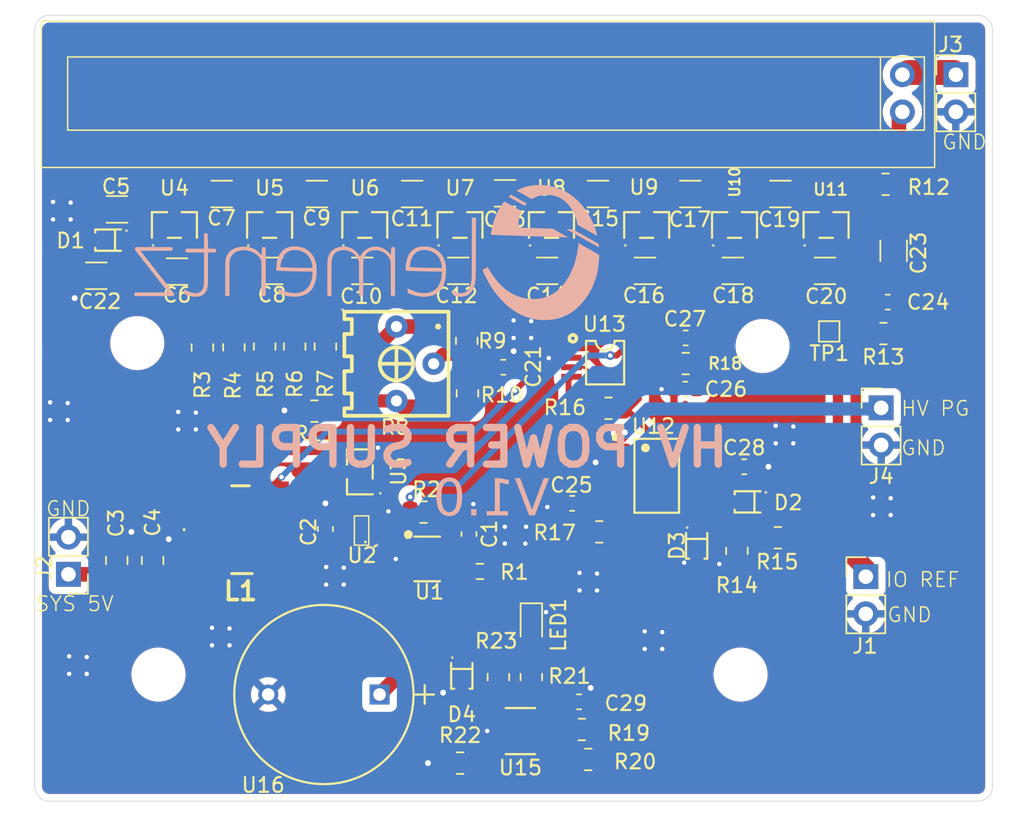
<source format=kicad_pcb>
(kicad_pcb (version 20241229) (generator "pcbnew") (generator_version "9.0")
  (title_block (title "HV_POWER_SUPPLY") (date "2025-09-30") (rev "V1.0") (company "ELEMENTZ ENGINEERS GUILD"))
  (layers (0 "F.Cu" signal) (4 "In1.Cu" power) (6 "In2.Cu" power) (2 "B.Cu" signal) (13 "F.Paste" user) (15 "B.Paste" user) (5 "F.SilkS" user "F.Silkscreen") (7 "B.SilkS" user "B.Silkscreen") (1 "F.Mask" user) (3 "B.Mask" user) (25 "Edge.Cuts" user))
  (net 0 "")
  (net 1 "GND")
  (net 2 "Net-(U1-V+)")
  (net 3 "SYS_5V")
  (net 4 "Net-(C5-Pad2)")
  (net 5 "/SW_NODE")
  (net 6 "Net-(C22-Pad1)")
  (net 7 "Net-(C6-Pad2)")
  (net 8 "Net-(C7-Pad2)")
  (net 9 "Net-(C10-Pad1)")
  (net 10 "Net-(C11-Pad1)")
  (net 11 "Net-(C10-Pad2)")
  (net 12 "Net-(C11-Pad2)")
  (net 13 "Net-(C12-Pad2)")
  (net 14 "Net-(C13-Pad2)")
  (net 15 "Net-(C14-Pad2)")
  (net 16 "Net-(C15-Pad2)")
  (net 17 "Net-(C16-Pad2)")
  (net 18 "Net-(C17-Pad2)")
  (net 19 "Net-(C18-Pad2)")
  (net 20 "Net-(C19-Pad2)")
  (net 21 "Net-(C20-Pad2)")
  (net 22 "/POT_METER")
  (net 23 "Net-(U14-+)")
  (net 24 "/GEIGER_DETECTB")
  (net 25 "IO_VREF")
  (net 26 "Net-(U12A-IN-)")
  (net 27 "Net-(C26-Pad1)")
  (net 28 "/Page 2/GEIGER_DETECTB")
  (net 29 "Net-(D4-C)")
  (net 30 "Net-(J3-Pin_1)")
  (net 31 "/Page 2/HV_PG")
  (net 32 "Net-(LED1-Pad2)")
  (net 33 "Net-(U1-SET)")
  (net 34 "BOOST_EN")
  (net 35 "Net-(R3-Pad2)")
  (net 36 "Net-(R4-Pad2)")
  (net 37 "Net-(R5-Pad2)")
  (net 38 "Net-(R6-Pad2)")
  (net 39 "Net-(R7-Pad2)")
  (net 40 "Net-(R10-Pad2)")
  (net 41 "Net-(U13-HYST)")
  (net 42 "Net-(U13-IN+)")
  (net 43 "Net-(U15-DIV)")
  (net 44 "Net-(U15-OUT)")
  (net 45 "Net-(U15-SET)")
  (net 47 "Net-(U1-OUT)")
  (net 48 "Net-(U2-Y)")
  (net 49 "/Page 2/DETECT_OUTPUT")
  (net 50 "/Page 2/POT_METER")
  (net 51 "Net-(U12B-IN+)")
  (footprint "HV_POWER_SUPPLY:SOD-323_L1.8-W1.3-LS2.5-RD" (layer "F.Cu") (at 103.7 75.1 180)
    (property "Reference" "D2")
    (property "Value" "BAV21W-7-F")
  )
  (footprint "Capacitor_SMD:C_0603_1608Metric" (layer "F.Cu") (at 84.65 77.3 90)
    (property "Reference" "C1")
    (property "Value" "1uF")
  )
  (footprint "Connector_PinHeader_2.54mm:PinHeader_1x02_P2.54mm_Vertical" (layer "F.Cu") (at 111.75 80.21)
    (property "Reference" "J1")
    (property "Value" "Conn_01x02")
  )
  (footprint "LED_SMD:LED_0603_1608Metric" (layer "F.Cu") (at 88.9125 83.5125 -90)
    (property "Reference" "LED1")
    (property "Value" "TLMS1000-GS08")
  )
  (footprint "HV_POWER_SUPPLY:SOD-323_L1.8-W1.3-LS2.5-RD" (layer "F.Cu") (at 100.2 78.077407 -90)
    (property "Reference" "D3")
    (property "Value" "BAV21W-7-F")
  )
  (footprint "HV_POWER_SUPPLY:BAV23S_SOT-23-3_L2.9-W1.6-P1.90-LS2.8-BR" (layer "F.Cu") (at 102.78735 56.179891 -90)
    (property "Reference" "U10")
    (property "Value" "BAV23S")
  )
  (footprint "Resistor_SMD:R_0805_2012Metric" (layer "F.Cu") (at 84.05 92.95 180)
    (property "Reference" "R22")
    (property "Value" "127K")
  )
  (footprint "Resistor_SMD:R_0805_2012Metric" (layer "F.Cu") (at 81.55 75.8 180)
    (property "Reference" "R2")
    (property "Value" "221")
  )
  (footprint "Capacitor_SMD:C_1206_3216Metric" (layer "F.Cu") (at 71.217348 59.314968)
    (property "Reference" "C8")
    (property "Value" "0.1uF")
  )
  (footprint "Capacitor_SMD:C_1206_3216Metric" (layer "F.Cu") (at 102.667348 59.314968)
    (property "Reference" "C18")
    (property "Value" "0.1uF")
  )
  (footprint "HV_POWER_SUPPLY:SI-29BG" (layer "F.Cu") (at 114.25 48.45 180)
    (property "Reference" "U14" (hide yes))
    (property "Value" "SI-29BG" (hide yes))
  )
  (footprint "HV_POWER_SUPPLY:BAV23S_SOT-23-3_L2.9-W1.6-P1.90-LS2.8-BR" (layer "F.Cu") (at 84.03735 56.179891 -90)
    (property "Reference" "U7")
    (property "Value" "BAV23S")
  )
  (footprint "HV_POWER_SUPPLY:BAV23S_SOT-23-3_L2.9-W1.6-P1.90-LS2.8-BR" (layer "F.Cu") (at 96.78735 56.179891 -90)
    (property "Reference" "U9")
    (property "Value" "BAV23S")
  )
  (footprint "Capacitor_SMD:C_0603_1608Metric" (layer "F.Cu") (at 74.85 76.95 90)
    (property "Reference" "C2")
    (property "Value" "1uF")
  )
  (footprint "HV_POWER_SUPPLY:TSOT-23_S6_LIT" (layer "F.Cu") (at 88.1625 90.7625)
    (property "Reference" "U15")
    (property "Value" "LTC6994CS6-1-TRMPBF")
  )
  (footprint "Capacitor_SMD:C_1206_3216Metric" (layer "F.Cu") (at 105.917348 54.064968)
    (property "Reference" "C19")
    (property "Value" "0.1uF")
  )
  (footprint "Resistor_SMD:R_0805_2012Metric" (layer "F.Cu") (at 94.184916 68.705004)
    (property "Reference" "R16")
    (property "Value" "127K")
  )
  (footprint "Capacitor_SMD:C_1206_3216Metric" (layer "F.Cu") (at 74.267348 54.064968)
    (property "Reference" "C9")
    (property "Value" "0.1uF")
  )
  (footprint "HV_POWER_SUPPLY:MSOP-8_L3.0-W3.0-P0.65-LS4.9-BL" (layer "F.Cu") (at 93.950025 65.574892 -90)
    (property "Reference" "U13")
    (property "Value" "LTC1540IMS8#PBF")
  )
  (footprint "Capacitor_SMD:C_1206_3216Metric" (layer "F.Cu") (at 113.65 57.95 -90)
    (property "Reference" "C23")
    (property "Value" "10pF")
  )
  (footprint "Connector_PinHeader_2.54mm:PinHeader_1x02_P2.54mm_Vertical" (layer "F.Cu") (at 117.9 45.91)
    (property "Reference" "J3")
    (property "Value" "Conn_01x02")
  )
  (footprint "Capacitor_SMD:C_0603_1608Metric" (layer "F.Cu") (at 87 65.9)
    (property "Reference" "C21")
    (property "Value" "47pF")
  )
  (footprint "Capacitor_SMD:C_0603_1608Metric" (layer "F.Cu") (at 91.7 75.2 180)
    (property "Reference" "C25")
    (property "Value" "47pF")
  )
  (footprint "HV_POWER_SUPPLY:LPS6235473MRB" (layer "F.Cu") (at 69.05 77)
    (property "Reference" "L1")
    (property "Value" "LPS6235-473MRB" (hide yes))
  )
  (footprint "Capacitor_SMD:C_1206_3216Metric" (layer "F.Cu") (at 77.367348 59.314968)
    (property "Reference" "C10")
    (property "Value" "0.1uF")
  )
  (footprint "HV_POWER_SUPPLY:AI-1223-TWT-5V-5-R_PUI" (layer "F.Cu") (at 78.54575 88.2625 180)
    (property "Reference" "U16")
    (property "Value" "AI-1223-TWT-5V-5-R")
  )
  (footprint "Capacitor_SMD:C_1206_3216Metric" (layer "F.Cu") (at 59.2 59.65 180)
    (property "Reference" "C22")
    (property "Value" "0.1uF")
  )
  (footprint "HV_POWER_SUPPLY:SOD-323_L1.8-W1.3-LS2.5-RD" (layer "F.Cu") (at 60.03735 57.214968 180)
    (property "Reference" "D1")
    (property "Value" "BAV21W-7-F")
  )
  (footprint "Resistor_SMD:R_0805_2012Metric" (layer "F.Cu") (at 66.45 64.55 -90)
    (property "Reference" "R3")
    (property "Value" "30Meg")
  )
  (footprint "Resistor_SMD:R_0603_1608Metric" (layer "F.Cu") (at 85.4 79.85)
    (property "Reference" "R1")
    (property "Value" "287K")
  )
  (footprint "HV_POWER_SUPPLY:RES-ADJ-TH_3362P" (layer "F.Cu") (at 80.970003 65.659995 -90)
    (property "Reference" "R8")
    (property "Value" "3362P-1-205LF")
  )
  (footprint "Resistor_SMD:R_0805_2012Metric" (layer "F.Cu") (at 102.95 78.45 -90)
    (property "Reference" "R14")
    (property "Value" "3Meg")
  )
  (footprint "Capacitor_SMD:C_1206_3216Metric" (layer "F.Cu") (at 89.992348 59.314968)
    (property "Reference" "C14")
    (property "Value" "0.1uF")
  )
  (footprint "Resistor_SMD:R_0805_2012Metric" (layer "F.Cu") (at 113.1 53.4)
    (property "Reference" "R12")
    (property "Value" "7.5 Meg")
  )
  (footprint "Capacitor_SMD:C_1206_3216Metric" (layer "F.Cu") (at 67.767348 54.064968)
    (property "Reference" "C7")
    (property "Value" "0.1uF")
  )
  (footprint "MountingHole:MountingHole_3.2mm_M3" (layer "F.Cu") (at 104.7 64.45)
    (property "Reference" "H3" (hide yes))
    (property "Value" "MountingHole")
  )
  (footprint "Capacitor_SMD:C_0603_1608Metric" (layer "F.Cu") (at 113.25 61.45 180)
    (property "Reference" "C24")
    (property "Value" "250pF")
  )
  (footprint "Capacitor_SMD:C_1206_3216Metric" (layer "F.Cu") (at 99.767348 54.064968)
    (property "Reference" "C17")
    (property "Value" "0.1uF")
  )
  (footprint "Capacitor_SMD:C_1206_3216Metric" (layer "F.Cu") (at 108.967348 59.314968)
    (property "Reference" "C20")
    (property "Value" "0.1uF")
  )
  (footprint "Resistor_SMD:R_0805_2012Metric" (layer "F.Cu") (at 93.55 77.15 180)
    (property "Reference" "R17")
    (property "Value" "453K")
  )
  (footprint "Resistor_SMD:R_0805_2012Metric" (layer "F.Cu") (at 68.6 64.5375 90)
    (property "Reference" "R4")
    (property "Value" "30Meg")
  )
  (footprint "Connector_PinHeader_2.54mm:PinHeader_1x02_P2.54mm_Vertical" (layer "F.Cu") (at 112.8 68.675)
    (property "Reference" "J4")
    (property "Value" "Conn_01x02")
  )
  (footprint "Resistor_SMD:R_0805_2012Metric" (layer "F.Cu") (at 70.7 64.4875 -90)
    (property "Reference" "R5")
    (property "Value" "30Meg")
  )
  (footprint "HV_POWER_SUPPLY:SOD-323_L1.8-W1.3-LS2.5-RD" (layer "F.Cu") (at 84.1625 86.9625 -90)
    (property "Reference" "D4")
    (property "Value" "BAS16HT1G")
  )
  (footprint "Capacitor_SMD:C_1206_3216Metric" (layer "F.Cu") (at 96.667348 59.314968)
    (property "Reference" "C16")
    (property "Value" "0.1uF")
  )
  (footprint "HV_POWER_SUPPLY:BAV23S_SOT-23-3_L2.9-W1.6-P1.90-LS2.8-BR" (layer "F.Cu") (at 109.03735 56.179891 -90)
    (property "Reference" "U11")
    (property "Value" "BAV23S")
  )
  (footprint "HV_POWER_SUPPLY:BAV23S_SOT-23-3_L2.9-W1.6-P1.90-LS2.8-BR" (layer "F.Cu") (at 64.53735 56.179891 -90)
    (property "Reference" "U4")
    (property "Value" "BAV23S")
  )
  (footprint "Resistor_SMD:R_0805_2012Metric" (layer "F.Cu") (at 88.9125 87.070755 90)
    (property "Reference" "R21")
    (property "Value" "330")
  )
  (footprint "Capacitor_SMD:C_1206_3216Metric" (layer "F.Cu") (at 93.467348 54.064968)
    (property "Reference" "C15")
    (property "Value" "0.1uF")
  )
  (footprint "MountingHole:MountingHole_3.2mm_M3" (layer "F.Cu") (at 62 64.25)
    (property "Reference" "H1" (hide yes))
    (property "Value" "MountingHole")
  )
  (footprint "HV_POWER_SUPPLY:SOIC-8_L4.9-W3.8-P1.27-LS6.0-BL" (layer "F.Cu") (at 97.472416 73.314999 -90)
    (property "Reference" "U12")
    (property "Value" "LTC1441CS8#PBF")
  )
  (footprint "MountingHole:MountingHole_3.2mm_M3" (layer "F.Cu") (at 103.2 86.9)
    (property "Reference" "H4" (hide yes))
    (property "Value" "MountingHole")
  )
  (footprint "Capacitor_SMD:C_1206_3216Metric" (layer "F.Cu") (at 80.767348 54.064968)
    (property "Reference" "C11")
    (property "Value" "0.1uF")
  )
  (footprint "HV_POWER_SUPPLY:TSOT-23-6_L2.9-W1.6-P0.95-LS2.8-BR" (layer "F.Cu") (at 81.800025 78.999962 180)
    (property "Reference" "U1")
    (property "Value" "LTC6906IS6#TRPBF")
  )
  (footprint "Capacitor_SMD:C_0805_2012Metric" (layer "F.Cu") (at 63.05 79.1 90)
    (property "Reference" "C4")
    (property "Value" "10uF")
  )
  (footprint "Resistor_SMD:R_0805_2012Metric" (layer "F.Cu") (at 74.1 68.9 180)
    (property "Reference" "R11")
    (property "Value" "2.7Meg")
  )
  (footprint "Capacitor_SMD:C_0805_2012Metric" (layer "F.Cu") (at 60.6 79.1 90)
    (property "Reference" "C3")
    (property "Value" "10uF")
  )
  (footprint "Resistor_SMD:R_0805_2012Metric" (layer "F.Cu") (at 99.450025 65.650013)
    (property "Reference" "R18")
    (property "Value" "1K")
  )
  (footprint "Capacitor_SMD:C_0603_1608Metric" (layer "F.Cu") (at 103.45 72.7)
    (property "Reference" "C28")
    (property "Value" "1uF")
  )
  (footprint "Resistor_SMD:R_0805_2012Metric" (layer "F.Cu") (at 112.95 63.6 180)
    (property "Reference" "R13")
    (property "Value" "200K")
  )
  (footprint "Resistor_SMD:R_0805_2012Metric" (layer "F.Cu") (at 92.8 92.7)
    (property "Reference" "R20")
    (property "Value" "453K")
  )
  (footprint "Resistor_SMD:R_0805_2012Metric" (layer "F.Cu") (at 72.75 64.4875 90)
    (property "Reference" "R6")
    (property "Value" "7.5Meg")
  )
  (footprint "Resistor_SMD:R_0805_2012Metric" (layer "F.Cu") (at 84.5 64.1 -90)
    (property "Reference" "R9")
    (property "Value" "1Meg")
  )
  (footprint "Resistor_SMD:R_0805_2012Metric" (layer "F.Cu") (at 74.85 64.4875 -90)
    (property "Reference" "R7")
    (property "Value" "3Meg")
  )
  (footprint "HV_POWER_SUPPLY:BAV23S_SOT-23-3_L2.9-W1.6-P1.90-LS2.8-BR" (layer "F.Cu") (at 77.53735 56.179891 -90)
    (property "Reference" "U6")
    (property "Value" "BAV23S")
  )
  (footprint "Resistor_SMD:R_0805_2012Metric" (layer "F.Cu") (at 105.75 77.55 180)
    (property "Reference" "R15")
    (property "Value" "2Meg")
  )
  (footprint "Capacitor_SMD:C_0603_1608Metric" (layer "F.Cu") (at 99.450025 63.900013)
    (property "Reference" "C27")
    (property "Value" "1uF")
  )
  (footprint "Capacitor_SMD:C_0603_1608Metric" (layer "F.Cu") (at 92.1625 88.7625)
    (property "Reference" "C29")
    (property "Value" "1uF")
  )
  (footprint "Capacitor_SMD:C_0603_1608Metric" (layer "F.Cu") (at 99.425025 67.400013 180)
    (property "Reference" "C26")
    (property "Value" "1uF")
  )
  (footprint "HV_POWER_SUPPLY:SC-70-5_L2.0-W1.3-P0.65-LS2.1-BR" (layer "F.Cu") (at 77.322467 77.057315)
    (property "Reference" "U2")
    (property "Value" "SN74LVC1G08DCKR_C5279048")
  )
  (footprint "TestPoint:TestPoint_Pad_1.0x1.0mm" (layer "F.Cu") (at 109.25 63.45)
    (property "Reference" "TP1")
    (property "Value" "TestPoint")
  )
  (footprint "Capacitor_SMD:C_1206_3216Metric" (layer "F.Cu") (at 64.717348 59.364968)
    (property "Reference" "C6")
    (property "Value" "0.1uF")
  )
  (footprint "HV_POWER_SUPPLY:SOT-23-3_L2.9-W1.6-P1.90-LS2.8-BR" (layer "F.Cu") (at 77.2 73.05)
    (property "Reference" "U3")
    (property "Value" "DMN10H220L-7")
  )
  (footprint "Connector_PinHeader_2.54mm:PinHeader_1x02_P2.54mm_Vertical" (layer "F.Cu") (at 57.3 80.05 180)
    (property "Reference" "J2")
    (property "Value" "Conn_01x02")
  )
  (footprint "Resistor_SMD:R_0805_2012Metric" (layer "F.Cu") (at 84.55 67.6875 -90)
    (property "Reference" "R10")
    (property "Value" "1Meg")
  )
  (footprint "MountingHole:MountingHole_3.2mm_M3" (layer "F.Cu") (at 63.45 86.9)
    (property "Reference" "H2" (hide yes))
    (property "Value" "MountingHole")
  )
  (footprint "Capacitor_SMD:C_1206_3216Metric" (layer "F.Cu") (at 87.117348 54.014968)
    (property "Reference" "C13")
    (property "Value" "0.1uF")
  )
  (footprint "HV_POWER_SUPPLY:BAV23S_SOT-23-3_L2.9-W1.6-P1.90-LS2.8-BR" (layer "F.Cu") (at 71.03735 56.179891 -90)
    (property "Reference" "U5")
    (property "Value" "BAV23S")
  )
  (footprint "Resistor_SMD:R_0805_2012Metric" (layer "F.Cu") (at 86.6625 87.070755 90)
    (property "Reference" "R23")
    (property "Value" "100")
  )
  (footprint "Capacitor_SMD:C_1206_3216Metric" (layer "F.Cu") (at 60.617348 55.114968)
    (property "Reference" "C5")
    (property "Value" "0.1uF")
  )
  (footprint "Resistor_SMD:R_0805_2012Metric" (layer "F.Cu") (at 92.3625 90.6525)
    (property "Reference" "R19")
    (property "Value" "127K")
  )
  (footprint "Capacitor_SMD:C_1206_3216Metric" (layer "F.Cu") (at 83.917348 59.314968)
    (property "Reference" "C12")
    (property "Value" "0.1uF")
  )
  (footprint "HV_POWER_SUPPLY:BAV23S_SOT-23-3_L2.9-W1.6-P1.90-LS2.8-BR" (layer "F.Cu") (at 90.28735 56.179891 -90)
    (property "Reference" "U8")
    (property "Value" "BAV23S")
  )
  (gr_poly (pts (xy 91.353213 56.468009) (xy 91.440707 56.47092) (xy 91.507901 56.473271) (xy 91.580489 56.476093) (xy 91.757363 56.482152) (xy 92.63234 56.975203) (xy 93.507317 57.467248) (xy 93.519356 57.589499) (xy 93.524075 57.636766) (xy 93.527343 57.675885) (xy 93.528352 57.691146) (xy 93.5289 57.70288) (xy 93.528955 57.710588) (xy 93.528788 57.712777) (xy 93.528485 57.713773) (xy 93.442306 57.666839) (xy 93.21024 57.537594) (xy 92.449381 57.11059) (xy 91.337998 56.4862) (xy 91.302678 56.467004)) (stroke (width -0.000001)) (fill yes) (layer "B.SilkS"))
  (gr_poly (pts (xy 72.862983 57.64771) (xy 72.918744 57.649704) (xy 72.959644 57.653131) (xy 72.999958 57.659034) (xy 73.044038 57.666654) (xy 73.09025 57.675625) (xy 73.13696 57.685579) (xy 73.182532 57.69615) (xy 73.225334 57.70697) (xy 73.263731 57.717672) (xy 73.296089 57.727889) (xy 73.391923 57.765294) (xy 73.437976 57.785906) (xy 73.482786 57.807793) (xy 73.526354 57.830956) (xy 73.568679 57.855393) (xy 73.609762 57.881107) (xy 73.649604 57.908098) (xy 73.688203 57.936366) (xy 73.725561 57.965911) (xy 73.761677 57.996735) (xy 73.796553 58.028838) (xy 73.830187 58.06222) (xy 73.86258 58.096882) (xy 73.893733 58.132825) (xy 73.923645 58.170049) (xy 73.952317 58.208555) (xy 73.979749 58.248343) (xy 74.005941 58.289413) (xy 74.030894 58.331767) (xy 74.054607 58.375405) (xy 74.07708 58.420327) (xy 74.11831 58.514027) (xy 74.154584 58.612871) (xy 74.185905 58.716865) (xy 74.212274 58.826011) (xy 74.233692 58.940315) (xy 74.237954 58.970137) (xy 74.241649 59.004659) (xy 74.247332 59.085485) (xy 74.250742 59.178152) (xy 74.251879 59.278018) (xy 74.250742 59.380442) (xy 74.247332 59.480783) (xy 74.241649 59.574399) (xy 74.233692 59.656649) (xy 74.212033 59.808517) (xy 74.184118 59.951246) (xy 74.149847 60.084957) (xy 74.109122 60.209767) (xy 74.061844 60.325799) (xy 74.007912 60.433171) (xy 73.978421 60.483647) (xy 73.947229 60.532003) (xy 73.914324 60.578254) (xy 73.879695 60.622416) (xy 73.843327 60.664502) (xy 73.80521 60.704529) (xy 73.765331 60.74251) (xy 73.723677 60.778462) (xy 73.680235 60.812398) (xy 73.634995 60.844335) (xy 73.587942 60.874286) (xy 73.539065 60.902268) (xy 73.488352 60.928294) (xy 73.435789 60.95238) (xy 73.325067 60.994793) (xy 73.206801 61.029625) (xy 73.08089 61.056996) (xy 73.048979 61.061945) (xy 73.012397 61.066186) (xy 72.927742 61.07256) (xy 72.831982 61.07614) (xy 72.730171 61.07695) (xy 72.627366 61.075014) (xy 72.528622 61.070355) (xy 72.438994 61.062996) (xy 72.399179 61.058311) (xy 72.363538 61.052961) (xy 72.243072 61.029387) (xy 72.124228 61.00116) (xy 72.010523 60.9695) (xy 71.905472 60.935626) (xy 71.812592 60.900758) (xy 71.771816 60.883333) (xy 71.735401 60.866116) (xy 71.703788 60.849261) (xy 71.677416 60.832919) (xy 71.656723 60.817244) (xy 71.642151 60.802387) (xy 71.638916 60.798094) (xy 71.636019 60.793864) (xy 71.634693 60.79174) (xy 71.633445 60.789593) (xy 71.632274 60.787409) (xy 71.631178 60.785176) (xy 71.630154 60.782881) (xy 71.629201 60.780511) (xy 71.628316 60.778053) (xy 71.627497 60.775494) (xy 71.626743 60.772821) (xy 71.626051 60.770021) (xy 71.62542 60.767082) (xy 71.624846 60.763989) (xy 71.624329 60.760731) (xy 71.623867 60.757294) (xy 71.623096 60.749833) (xy 71.622517 60.741501) (xy 71.622114 60.732196) (xy 71.621871 60.721813) (xy 71.621772 60.71025) (xy 71.6218 60.697402) (xy 71.621938 60.683166) (xy 71.622384 60.651685) (xy 71.623133 60.62422) (xy 71.624441 60.600641) (xy 71.626564 60.58082) (xy 71.628012 60.572278) (xy 71.629759 60.564628) (xy 71.631839 60.557852) (xy 71.634282 60.551936) (xy 71.637121 60.546862) (xy 71.640388 60.542615) (xy 71.644115 60.539179) (xy 71.648333 60.536537) (xy 71.653076 60.534674) (xy 71.658375 60.533573) (xy 71.664261 60.533218) (xy 71.670768 60.533594) (xy 71.677926 60.534684) (xy 71.685769 60.536472) (xy 71.694327 60.538941) (xy 71.703633 60.542077) (xy 71.724618 60.550281) (xy 71.748979 60.560955) (xy 71.808853 60.589199) (xy 71.890543 60.626976) (xy 71.969787 60.661526) (xy 72.046767 60.692887) (xy 72.121664 60.7211) (xy 72.194661 60.746205) (xy 72.26594 60.768242) (xy 72.335683 60.787251) (xy 72.404072 60.803272) (xy 72.471289 60.816344) (xy 72.537516 60.826508) (xy 72.602935 60.833804) (xy 72.667728 60.838272) (xy 72.732078 60.839952) (xy 72.796165 60.838883) (xy 72.860173 60.835106) (xy 72.924283 60.82866) (xy 72.97929 60.820844) (xy 73.032914 60.811044) (xy 73.085147 60.799268) (xy 73.13598 60.785528) (xy 73.185402 60.769834) (xy 73.233406 60.752195) (xy 73.279983 60.732622) (xy 73.325122 60.711126) (xy 73.368815 60.687716) (xy 73.411054 60.662403) (xy 73.451828 60.635196) (xy 73.491129 60.606106) (xy 73.528948 60.575143) (xy 73.565276 60.542317) (xy 73.600103 60.507639) (xy 73.633421 60.471119) (xy 73.66522 60.432766) (xy 73.695492 60.392591) (xy 73.724228 60.350605) (xy 73.751417 60.306816) (xy 73.777052 60.261236) (xy 73.801123 60.213875) (xy 73.823622 60.164743) (xy 73.844538 60.11385) (xy 73.863863 60.061206) (xy 73.881588 60.006821) (xy 73.897704 59.950706) (xy 73.912202 59.892871) (xy 73.925073 59.833325) (xy 73.936307 59.77208) (xy 73.95383 59.64453) (xy 73.956047 59.622773) (xy 73.958123 59.598933) (xy 73.961658 59.548035) (xy 73.963024 59.522493) (xy 73.964058 59.4979) (xy 73.964713 59.475011) (xy 73.964942 59.454586) (xy 73.964942 59.363649) (xy 73.588083 59.363649) (xy 73.314183 59.362229) (xy 73.01092 59.356831) (xy 72.608012 59.345751) (xy 72.035177 59.327282) (xy 71.545155 59.311116) (xy 71.515853 59.284843) (xy 71.487569 59.257565) (xy 71.493628 59.106011) (xy 71.497847 59.039861) (xy 71.77694 59.039861) (xy 71.777116 59.045004) (xy 71.777596 59.049215) (xy 71.77796 59.051) (xy 71.778412 59.052587) (xy 71.778956 59.053987) (xy 71.779596 59.055213) (xy 71.780335 59.056276) (xy 71.781177 59.057186) (xy 71.782127 59.057958) (xy 71.783188 59.0586) (xy 71.784364 59.059127) (xy 71.785659 59.059548) (xy 71.788622 59.060123) (xy 71.792107 59.060418) (xy 71.800769 59.060543) (xy 71.831793 59.061775) (xy 71.895871 59.065092) (xy 72.085685 59.075703) (xy 72.396402 59.090604) (xy 72.748985 59.101718) (xy 73.126573 59.108665) (xy 73.512307 59.111065) (xy 73.964942 59.111065) (xy 73.964942 59.074684) (xy 73.964327 59.051211) (xy 73.962527 59.02532) (xy 73.959614 58.997318) (xy 73.955659 58.967512) (xy 73.944908 58.903713) (xy 73.930842 58.836372) (xy 73.91403 58.767943) (xy 73.895039 58.700875) (xy 73.874439 58.637619) (xy 73.863713 58.608188) (xy 73.852798 58.580628) (xy 73.838093 58.546925) (xy 73.822224 58.513839) (xy 73.805214 58.481388) (xy 73.78709 58.44959) (xy 73.767876 58.418464) (xy 73.747596 58.388029) (xy 73.726277 58.358302) (xy 73.703943 58.329303) (xy 73.656329 58.273561) (xy 73.604954 58.220951) (xy 73.550018 58.171621) (xy 73.491721 58.125718) (xy 73.430263 58.083392) (xy 73.365844 58.044789) (xy 73.298662 58.010057) (xy 73.228919 57.979346) (xy 73.156813 57.952802) (xy 73.082544 57.930574) (xy 73.006313 57.91281) (xy 72.928318 57.899657) (xy 72.907837 57.897261) (xy 72.884571 57.895373) (xy 72.831422 57.893068) (xy 72.772353 57.892634) (xy 72.710844 57.893965) (xy 72.650377 57.896954) (xy 72.594433 57.901495) (xy 72.546493 57.90748) (xy 72.526612 57.910982) (xy 72.510038 57.914804) (xy 72.484747 57.921783) (xy 72.459317 57.929809) (xy 72.433822 57.938838) (xy 72.408337 57.948827) (xy 72.382934 57.959734) (xy 72.357688 57.971516) (xy 72.332674 57.984129) (xy 72.307964 57.997531) (xy 72.283633 58.011679) (xy 72.259756 58.02653) (xy 72.236405 58.04204) (xy 72.213656 58.058168) (xy 72.191582 58.07487) (xy 72.170257 58.092103) (xy 72.149754 58.109825) (xy 72.130149 58.127992) (xy 72.094708 58.164268) (xy 72.060795 58.203659) (xy 72.028468 58.246013) (xy 71.997788 58.291178) (xy 71.968812 58.339001) (xy 71.941601 58.38933) (xy 71.916214 58.442013) (xy 71.892709 58.496896) (xy 71.871146 58.553827) (xy 71.851584 58.612655) (xy 71.834083 58.673226) (xy 71.818701 58.735388) (xy 71.805497 58.798988) (xy 71.794531 58.863875) (xy 71.785863 58.929895) (xy 71.77955 58.996897) (xy 71.777933 59.017905) (xy 71.77738 59.026405) (xy 71.777039 59.033692) (xy 71.77694 59.039861) (xy 71.497847 59.039861) (xy 71.503407 58.952688) (xy 71.520568 58.807263) (xy 71.545035 58.669845) (xy 71.576729 58.540543) (xy 71.615575 58.419463) (xy 71.661496 58.306715) (xy 71.714413 58.202405) (xy 71.774252 58.106643) (xy 71.840934 58.019537) (xy 71.876817 57.979263) (xy 71.914383 57.941193) (xy 71.95362 57.905342) (xy 71.994521 57.871721) (xy 72.037075 57.840346) (xy 72.081272 57.811229) (xy 72.127104 57.784383) (xy 72.17456 57.759824) (xy 72.22363 57.737563) (xy 72.274306 57.717614) (xy 72.326577 57.699991) (xy 72.380434 57.684708) (xy 72.492867 57.661214) (xy 72.534097 57.656346) (xy 72.590093 57.652415) (xy 72.655917 57.649503) (xy 72.726632 57.647692) (xy 72.7973 57.647067)) (stroke (width -0.000001)) (fill yes) (layer "B.SilkS"))
  (gr_poly (pts (xy 76.154452 57.658071) (xy 76.213986 57.662355) (xy 76.27281 57.669245) (xy 76.330821 57.67873) (xy 76.387914 57.690802) (xy 76.443987 57.705453) (xy 76.498936 57.722672) (xy 76.552658 57.742452) (xy 76.605049 57.764783) (xy 76.656005 57.789656) (xy 76.693223 57.810028) (xy 76.730142 57.832054) (xy 76.766656 57.855637) (xy 76.802659 57.880679) (xy 76.838045 57.907083) (xy 76.872709 57.934752) (xy 76.906542 57.963586) (xy 76.93944 57.993489) (xy 76.971297 58.024364) (xy 77.002005 58.056111) (xy 77.031459 58.088634) (xy 77.059553 58.121835) (xy 77.08618 58.155616) (xy 77.111234 58.18988) (xy 77.13461 58.224528) (xy 77.1562 58.259463) (xy 77.160015 58.266006) (xy 77.163899 58.272352) (xy 77.167822 58.278469) (xy 77.171755 58.284328) (xy 77.175666 58.289897) (xy 77.179527 58.295145) (xy 77.183306 58.300041) (xy 77.186975 58.304554) (xy 77.190502 58.308652) (xy 77.193858 58.312304) (xy 77.197014 58.31548) (xy 77.199937 58.318148) (xy 77.2026 58.320278) (xy 77.204972 58.321837) (xy 77.207022 58.322796) (xy 77.207917 58.32304) (xy 77.208721 58.323122) (xy 77.209608 58.323046) (xy 77.210558 58.322818) (xy 77.211567 58.322442) (xy 77.212633 58.32192) (xy 77.213755 58.321256) (xy 77.214928 58.320451) (xy 77.216153 58.319509) (xy 77.217425 58.318433) (xy 77.218742 58.317225) (xy 77.220103 58.315888) (xy 77.222945 58.312838) (xy 77.225931 58.309305) (xy 77.229043 58.305313) (xy 77.232263 58.300882) (xy 77.23557 58.296035) (xy 77.238947 58.290794) (xy 77.242374 58.285182) (xy 77.245833 58.279221) (xy 77.249305 58.272933) (xy 77.252771 58.266339) (xy 77.256213 58.259463) (xy 77.282182 58.210874) (xy 77.311838 58.163332) (xy 77.344985 58.116986) (xy 77.381429 58.071984) (xy 77.420974 58.028473) (xy 77.463426 57.986601) (xy 77.508589 57.946518) (xy 77.556267 57.90837) (xy 77.606266 57.872305) (xy 77.658391 57.838473) (xy 77.712447 57.80702) (xy 77.768237 57.778096) (xy 77.825568 57.751847) (xy 77.884244 57.728422) (xy 77.94407 57.707969) (xy 78.004851 57.690636) (xy 78.029318 57.684682) (xy 78.055572 57.679328) (xy 78.083362 57.67458) (xy 78.112439 57.670447) (xy 78.142553 57.666935) (xy 78.173452 57.664052) (xy 78.23661 57.660202) (xy 78.299909 57.658957) (xy 78.330987 57.659329) (xy 78.36135 57.660375) (xy 78.390748 57.662102) (xy 78.418931 57.664517) (xy 78.445648 57.667627) (xy 78.47065 57.67144) (xy 78.525672 57.682699) (xy 78.580408 57.696716) (xy 78.634711 57.713404) (xy 78.688434 57.732682) (xy 78.74143 57.754463) (xy 78.793554 57.778664) (xy 78.844658 57.8052) (xy 78.894596 57.833987) (xy 78.94322 57.864941) (xy 78.990385 57.897977) (xy 79.035943 57.933012) (xy 79.079748 57.96996) (xy 79.121654 58.008737) (xy 79.161512 58.04926) (xy 79.199178 58.091443) (xy 79.234503 58.135202) (xy 79.246215 58.150443) (xy 79.257726 58.164878) (xy 79.268726 58.178176) (xy 79.278903 58.190007) (xy 79.287945 58.200038) (xy 79.295541 58.207938) (xy 79.301378 58.213375) (xy 79.30354 58.215067) (xy 79.305146 58.216019) (xy 79.30663 58.216401) (xy 79.308057 58.216392) (xy 79.309431 58.21597) (xy 79.310752 58.21511) (xy 79.312025 58.213791) (xy 79.31325 58.211987) (xy 79.314431 58.209677) (xy 79.31557 58.206837) (xy 79.316669 58.203442) (xy 79.317731 58.199471) (xy 79.318758 58.1949) (xy 79.319752 58.189706) (xy 79.320716 58.183864) (xy 79.321652 58.177352) (xy 79.323451 58.162226) (xy 79.325168 58.144139) (xy 79.326823 58.122905) (xy 79.328433 58.098339) (xy 79.330018 58.070253) (xy 79.331599 58.038461) (xy 79.333193 58.002777) (xy 79.33482 57.963013) (xy 79.336499 57.918985) (xy 79.342585 57.75227) (xy 79.373938 57.718933) (xy 79.379168 57.713576) (xy 79.383972 57.708842) (xy 79.388467 57.704695) (xy 79.390634 57.702829) (xy 79.392769 57.701095) (xy 79.394884 57.699488) (xy 79.396995 57.698004) (xy 79.399116 57.696638) (xy 79.401262 57.695384) (xy 79.403447 57.694238) (xy 79.405686 57.693196) (xy 79.407993 57.692252) (xy 79.410384 57.691401) (xy 79.412872 57.69064) (xy 79.415473 57.689962) (xy 79.4182 57.689364) (xy 79.421069 57.68884) (xy 79.424094 57.688385) (xy 79.427289 57.687995) (xy 79.43067 57.687665) (xy 79.43425 57.687391) (xy 79.442068 57.686987) (xy 79.45086 57.686747) (xy 79.460743 57.686631) (xy 79.471833 57.686601) (xy 79.492851 57.686749) (xy 79.501666 57.686994) (xy 79.509509 57.687406) (xy 79.516499 57.688026) (xy 79.522753 57.688893) (xy 79.528391 57.690046) (xy 79.533531 57.691527) (xy 79.538291 57.693375) (xy 79.542789 57.695629) (xy 79.547145 57.698331) (xy 79.551476 57.701519) (xy 79.5559 57.705234) (xy 79.560537 57.709516) (xy 79.565505 57.714404) (xy 79.570921 57.719938) (xy 79.603199 57.753289) (xy 79.603199 60.984381) (xy 79.575947 61.012678) (xy 79.571401 61.017323) (xy 79.567146 61.021433) (xy 79.565085 61.023297) (xy 79.563046 61.025039) (xy 79.561012 61.026664) (xy 79.558965 61.028176) (xy 79.556888 61.029578) (xy 79.554765 61.030874) (xy 79.552579 61.032069) (xy 79.550312 61.033167) (xy 79.547947 61.034172) (xy 79.545468 61.035087) (xy 79.542857 61.035918) (xy 79.540096 61.036667) (xy 79.537171 61.03734) (xy 79.534062 61.03794) (xy 79.530753 61.038471) (xy 79.527227 61.038937) (xy 79.523467 61.039342) (xy 79.519456 61.039691) (xy 79.515177 61.039987) (xy 79.510612 61.040235) (xy 79.500559 61.040602) (xy 79.489161 61.040824) (xy 79.47628 61.040933) (xy 79.461781 61.040962) (xy 79.433598 61.040856) (xy 79.421978 61.040656) (xy 79.41179 61.0403) (xy 79.402874 61.039742) (xy 79.395068 61.038939) (xy 79.38821 61.037845) (xy 79.38214 61.036418) (xy 79.376697 61.034611) (xy 79.371718 61.032381) (xy 79.367043 61.029683) (xy 79.362511 61.026473) (xy 79.357961 61.022707) (xy 79.35323 61.01834) (xy 79.342585 61.007624) (xy 79.310172 60.974287) (xy 79.310172 59.847744) (xy 79.309742 59.216871) (xy 79.307428 58.870729) (xy 79.305083 58.774181) (xy 79.30169 58.712515) (xy 79.297057 58.67363) (xy 79.290991 58.645425) (xy 79.283068 58.616594) (xy 79.274082 58.588072) (xy 79.264035 58.559857) (xy 79.252928 58.53195) (xy 79.240762 58.504351) (xy 79.227539 58.47706) (xy 79.213259 58.450077) (xy 79.197923 58.423401) (xy 79.181534 58.397033) (xy 79.164091 58.370973) (xy 79.145597 58.34522) (xy 79.126052 58.319775) (xy 79.105457 58.294638) (xy 79.083814 58.269809) (xy 79.061124 58.245287) (xy 79.037388 58.221072) (xy 78.991347 58.178151) (xy 78.943128 58.138081) (xy 78.892896 58.100921) (xy 78.840817 58.066728) (xy 78.787057 58.035561) (xy 78.731781 58.007476) (xy 78.675155 57.982532) (xy 78.617345 57.960785) (xy 78.558517 57.942295) (xy 78.498836 57.927119) (xy 78.438467 57.915313) (xy 78.377577 57.906937) (xy 78.316332 57.902048) (xy 78.254896 57.900703) (xy 78.193436 57.90296) (xy 78.132117 57.908877) (xy 78.073935 57.917689) (xy 78.018341 57.929356) (xy 77.965319 57.943891) (xy 77.914852 57.961308) (xy 77.866925 57.981619) (xy 77.821521 58.004838) (xy 77.778624 58.030979) (xy 77.738218 58.060054) (xy 77.700286 58.092077) (xy 77.664812 58.127062) (xy 77.631779 58.165021) (xy 77.601172 58.205968) (xy 77.572974 58.249917) (xy 77.547169 58.29688) (xy 77.523741 58.346872) (xy 77.502673 58.399904) (xy 77.47983 58.461335) (xy 77.470708 58.488613) (xy 77.46667 58.50245) (xy 77.46296 58.516822) (xy 77.459564 58.532033) (xy 77.456468 58.548383) (xy 77.453655 58.566175) (xy 77.451112 58.585712) (xy 77.448824 58.607296) (xy 77.446776 58.631229) (xy 77.444952 58.657813) (xy 77.443339 58.687351) (xy 77.440684 58.756497) (xy 77.438691 58.841086) (xy 77.437243 58.943535) (xy 77.43622 59.066264) (xy 77.434977 59.382231) (xy 77.434013 59.808335) (xy 77.429911 60.985399) (xy 77.403718 61.012678) (xy 77.39917 61.017323) (xy 77.394911 61.021433) (xy 77.392848 61.023297) (xy 77.390805 61.025039) (xy 77.388767 61.026664) (xy 77.386716 61.028176) (xy 77.384636 61.029578) (xy 77.382509 61.030874) (xy 77.380318 61.032069) (xy 77.378047 61.033167) (xy 77.375678 61.034172) (xy 77.373195 61.035087) (xy 77.37058 61.035918) (xy 77.367817 61.036667) (xy 77.364888 61.03734) (xy 77.361777 61.03794) (xy 77.358466 61.038471) (xy 77.354939 61.038937) (xy 77.351178 61.039342) (xy 77.347167 61.039691) (xy 77.342889 61.039987) (xy 77.338326 61.040235) (xy 77.32828 61.040602) (xy 77.316892 61.040824) (xy 77.304028 61.040933) (xy 77.28955 61.040962) (xy 77.26217 61.040824) (xy 77.250771 61.040602) (xy 77.240718 61.040235) (xy 77.231874 61.039691) (xy 77.224103 61.038937) (xy 77.217268 61.03794) (xy 77.211234 61.036667) (xy 77.205862 61.035087) (xy 77.201018 61.033167) (xy 77.196565 61.030874) (xy 77.192366 61.028176) (xy 77.188284 61.025039) (xy 77.184185 61.021433) (xy 77.175383 61.012678) (xy 77.149057 60.985399) (xy 77.146014 59.843696) (xy 77.143416 59.124644) (xy 77.140928 58.908383) (xy 77.13634 58.762878) (xy 77.12867 58.669564) (xy 77.116936 58.609875) (xy 77.100158 58.565247) (xy 77.077354 58.517115) (xy 77.063626 58.48946) (xy 77.047939 58.461167) (xy 77.030439 58.432403) (xy 77.011273 58.403336) (xy 76.990587 58.374133) (xy 76.968527 58.344962) (xy 76.945239 58.315988) (xy 76.92087 58.28738) (xy 76.895567 58.259306) (xy 76.869475 58.231931) (xy 76.84274 58.205424) (xy 76.81551 58.179952) (xy 76.78793 58.155682) (xy 76.760147 58.132781) (xy 76.732308 58.111418) (xy 76.704557 58.091757) (xy 76.674822 58.072284) (xy 76.644028 58.053674) (xy 76.612275 58.035962) (xy 76.579667 58.01918) (xy 76.546307 58.003363) (xy 76.512297 57.988546) (xy 76.477738 57.974762) (xy 76.442735 57.962045) (xy 76.407389 57.95043) (xy 76.371803 57.93995) (xy 76.33608 57.93064) (xy 76.300321 57.922532) (xy 76.26463 57.915663) (xy 76.229109 57.910064) (xy 76.19386 57.905772) (xy 76.158987 57.902818) (xy 76.124046 57.901188) (xy 76.088323 57.900821) (xy 76.052031 57.901676) (xy 76.015384 57.903714) (xy 75.978594 57.906895) (xy 75.941874 57.911178) (xy 75.905438 57.916525) (xy 75.869499 57.922894) (xy 75.83427 57.930246) (xy 75.799964 57.93854) (xy 75.766794 57.947738) (xy 75.734974 57.957799) (xy 75.704717 57.968683) (xy 75.676236 57.98035) (xy 75.649744 57.99276) (xy 75.625453 58.005873) (xy 75.610248 58.015134) (xy 75.595318 58.024918) (xy 75.580664 58.03522) (xy 75.566291 58.046037) (xy 75.5522 58.057365) (xy 75.538394 58.069199) (xy 75.511647 58.094371) (xy 75.486072 58.121521) (xy 75.461689 58.150615) (xy 75.438519 58.181622) (xy 75.416581 58.214508) (xy 75.395899 58.249241) (xy 75.376491 58.285788) (xy 75.358378 58.324118) (xy 75.341583 58.364196) (xy 75.326124 58.405991) (xy 75.312023 58.44947) (xy 75.299301 58.494601) (xy 75.287978 58.541351) (xy 75.283902 58.559244) (xy 75.28033 58.576656) (xy 75.278721 58.585764) (xy 75.277224 58.595451) (xy 75.275834 58.605949) (xy 75.274546 58.617491) (xy 75.273355 58.63031) (xy 75.272256 58.64464) (xy 75.270318 58.678762) (xy 75.268692 58.721719) (xy 75.26734 58.775375) (xy 75.266223 58.841593) (xy 75.265304 58.922237) (xy 75.264544 59.019171) (xy 75.263904 59.134256) (xy 75.262833 59.426337) (xy 75.261783 59.813388) (xy 75.257682 60.985399) (xy 75.23149 61.012678) (xy 75.226942 61.017323) (xy 75.222682 61.021433) (xy 75.220619 61.023297) (xy 75.218576 61.025039) (xy 75.216538 61.026664) (xy 75.214488 61.028176) (xy 75.212407 61.029578) (xy 75.21028 61.030874) (xy 75.20809 61.032069) (xy 75.205818 61.033167) (xy 75.20345 61.034172) (xy 75.200966 61.035087) (xy 75.198352 61.035918) (xy 75.195588 61.036667) (xy 75.192659 61.03734) (xy 75.189548 61.03794) (xy 75.186237 61.038471) (xy 75.18271 61.038937) (xy 75.17895 61.039342) (xy 75.174939 61.039691) (xy 75.17066 61.039987) (xy 75.166098 61.040235) (xy 75.156051 61.040602) (xy 75.144664 61.040824) (xy 75.131799 61.040933) (xy 75.117321 61.040962) (xy 75.089939 61.040824) (xy 75.078537 61.040602) (xy 75.068481 61.040235) (xy 75.059633 61.039691) (xy 75.051858 61.038937) (xy 75.045019 61.03794) (xy 75.03898 61.036667) (xy 75.033604 61.035087) (xy 75.028756 61.033167) (xy 75.024299 61.030874) (xy 75.020097 61.028176) (xy 75.016014 61.025039) (xy 75.011913 61.021433) (xy 75.003113 61.012678) (xy 74.975822 60.984381) (xy 74.975822 59.850774) (xy 74.978476 58.907107) (xy 74.983072 58.705035) (xy 74.990982 58.602985) (xy 75.005059 58.515587) (xy 75.023727 58.431903) (xy 75.046913 58.352026) (xy 75.074545 58.276046) (xy 75.106551 58.204057) (xy 75.142857 58.136149) (xy 75.183392 58.072415) (xy 75.228082 58.012946) (xy 75.276857 57.957834) (xy 75.329642 57.907172) (xy 75.386365 57.861049) (xy 75.446955 57.81956) (xy 75.511338 57.782794) (xy 75.579442 57.750845) (xy 75.651195 57.723804) (xy 75.726524 57.701762) (xy 75.788131 57.687563) (xy 75.849752 57.676032) (xy 75.911284 57.667159) (xy 75.972624 57.660935) (xy 76.033667 57.657352) (xy 76.094311 57.6564)) (stroke (width -0.000001)) (fill yes) (layer "B.SilkS"))
  (gr_poly (pts (xy 92.83845 57.81593) (xy 93.193393 58.016295) (xy 93.41005 58.141264) (xy 93.475985 58.181039) (xy 93.518707 58.208642) (xy 93.542 58.226298) (xy 93.547544 58.232092) (xy 93.549651 58.236233) (xy 93.550305 58.245649) (xy 93.550363 58.261684) (xy 93.548876 58.310814) (xy 93.545556 58.378035) (xy 93.540771 58.457759) (xy 93.528275 58.632362) (xy 93.5213 58.716063) (xy 93.514328 58.789913) (xy 93.496988 58.940755) (xy 93.47602 59.089419) (xy 93.451422 59.235904) (xy 93.423192 59.38021) (xy 93.391326 59.522338) (xy 93.355822 59.662287) (xy 93.316677 59.800058) (xy 93.273888 59.93565) (xy 93.227453 60.069064) (xy 93.177369 60.200299) (xy 93.123634 60.329355) (xy 93.066244 60.456232) (xy 93.005197 60.580931) (xy 92.94049 60.703451) (xy 92.87212 60.823792) (xy 92.800086 60.941955) (xy 92.745315 61.026449) (xy 92.688373 61.110068) (xy 92.629426 61.192621) (xy 92.568643 61.273919) (xy 92.506193 61.353772) (xy 92.442245 61.431992) (xy 92.376965 61.508389) (xy 92.310524 61.582772) (xy 92.243088 61.654954) (xy 92.174828 61.724743) (xy 92.10591 61.791951) (xy 92.036504 61.856388) (xy 91.966778 61.917865) (xy 91.8969 61.976192) (xy 91.827039 62.03118) (xy 91.757363 62.082639) (xy 91.671383 62.142322) (xy 91.584607 62.198643) (xy 91.496901 62.251652) (xy 91.408132 62.301397) (xy 91.318167 62.347928) (xy 91.226872 62.391293) (xy 91.134116 62.431541) (xy 91.039764 62.468721) (xy 90.943683 62.502882) (xy 90.845741 62.534073) (xy 90.745804 62.562342) (xy 90.643739 62.587738) (xy 90.539412 62.610311) (xy 90.432692 62.630109) (xy 90.323444 62.647181) (xy 90.211535 62.661575) (xy 90.141832 62.667209) (xy 90.049174 62.671234) (xy 89.941103 62.673648) (xy 89.825161 62.674453) (xy 89.70889 62.673648) (xy 89.599833 62.671234) (xy 89.505532 62.667209) (xy 89.433529 62.661575) (xy 89.284548 62.642507) (xy 89.138683 62.618577) (xy 88.995706 62.589683) (xy 88.855391 62.555723) (xy 88.717511 62.516595) (xy 88.581838 62.472197) (xy 88.448147 62.422426) (xy 88.316209 62.367181) (xy 88.185799 62.306359) (xy 88.056688 62.239859) (xy 87.928651 62.167578) (xy 87.80146 62.089414) (xy 87.674889 62.005265) (xy 87.54871 61.915029) (xy 87.422697 61.818604) (xy 87.296622 61.715888) (xy 87.243273 61.669055) (xy 87.177637 61.608522) (xy 87.103809 61.538304) (xy 87.025886 61.462415) (xy 86.947962 61.384868) (xy 86.874135 61.309678) (xy 86.8085 61.240858) (xy 86.755152 61.182421) (xy 86.683741 61.099935) (xy 86.613533 61.015792) (xy 86.544544 60.930014) (xy 86.476792 60.842626) (xy 86.410291 60.753652) (xy 86.345058 60.663115) (xy 86.281109 60.571039) (xy 86.218461 60.477447) (xy 86.157128 60.382364) (xy 86.097128 60.285812) (xy 86.038476 60.187816) (xy 85.981189 60.088399) (xy 85.870771 59.885397) (xy 85.766005 59.676995) (xy 85.701414 59.539145) (xy 85.64109 59.406221) (xy 85.596492 59.303608) (xy 85.583671 59.271601) (xy 85.579079 59.256692) (xy 85.579237 59.255959) (xy 85.579729 59.255074) (xy 85.58058 59.254022) (xy 85.581817 59.252786) (xy 85.583465 59.251353) (xy 85.58555 59.249706) (xy 85.591136 59.245707) (xy 85.598781 59.240666) (xy 85.608693 59.234459) (xy 85.621079 59.22696) (xy 85.636146 59.218047) (xy 85.654101 59.207595) (xy 85.675151 59.195479) (xy 85.727366 59.165759) (xy 85.794449 59.127894) (xy 85.878056 59.080889) (xy 85.92965 59.052605) (xy 86.017493 59.206169) (xy 86.112184 59.365006) (xy 86.21218 59.52093) (xy 86.316548 59.672733) (xy 86.424355 59.819207) (xy 86.534667 59.959144) (xy 86.646551 60.091337) (xy 86.759074 60.214578) (xy 86.815283 60.272464) (xy 86.871302 60.327658) (xy 86.976734 60.42527) (xy 87.083894 60.517302) (xy 87.192807 60.603763) (xy 87.3035 60.684663) (xy 87.415996 60.760009) (xy 87.530323 60.829812) (xy 87.646506 60.894079) (xy 87.764569 60.952819) (xy 87.88454 61.006043) (xy 88.006443 61.053757) (xy 88.130304 61.095972) (xy 88.256148 61.132696) (xy 88.384002 61.163938) (xy 88.51389 61.189707) (xy 88.645839 61.210011) (xy 88.779873 61.22486) (xy 88.852854 61.229804) (xy 88.939654 61.23258) (xy 89.03524 61.233296) (xy 89.134582 61.232059) (xy 89.232646 61.228974) (xy 89.3244 61.224148) (xy 89.404812 61.217688) (xy 89.46885 61.2097) (xy 89.552417 61.195385) (xy 89.63489 61.178585) (xy 89.716263 61.159302) (xy 89.79653 61.137536) (xy 89.875684 61.113291) (xy 89.95372 61.086567) (xy 90.030632 61.057365) (xy 90.106413 61.025687) (xy 90.181058 60.991535) (xy 90.25456 60.95491) (xy 90.326914 60.915813) (xy 90.398114 60.874247) (xy 90.468153 60.830212) (xy 90.537026 60.78371) (xy 90.604726 60.734743) (xy 90.671248 60.683311) (xy 90.694762 60.663841) (xy 90.720386 60.641648) (xy 90.776643 60.590419) (xy 90.837377 60.532276) (xy 90.899947 60.469872) (xy 90.96171 60.405858) (xy 91.020026 60.342886) (xy 91.072253 60.283608) (xy 91.095257 60.256182) (xy 91.115748 60.230675) (xy 91.217121 60.096053) (xy 91.313587 59.956361) (xy 91.405095 59.811737) (xy 91.491589 59.662321) (xy 91.573017 59.508252) (xy 91.649326 59.349669) (xy 91.72046 59.186711) (xy 91.786368 59.019517) (xy 91.846996 58.848226) (xy 91.90229 58.672978) (xy 91.952196 58.493912) (xy 91.996662 58.311166) (xy 92.035634 58.124881) (xy 92.069057 57.935194) (xy 92.09688 57.742245) (xy 92.119048 57.546173) (xy 92.13122 57.41785)) (stroke (width -0.000001)) (fill yes) (layer "B.SilkS"))
  (gr_poly (pts (xy 85.017882 55.66595) (xy 85.029709 55.666145) (xy 85.040026 55.666492) (xy 85.048992 55.667035) (xy 85.056768 55.667816) (xy 85.063514 55.668878) (xy 85.06939 55.670264) (xy 85.074556 55.672018) (xy 85.079172 55.674181) (xy 85.083398 55.676798) (xy 85.087394 55.67991) (xy 85.091321 55.683561) (xy 85.095338 55.687794) (xy 85.104283 55.698178) (xy 85.13061 55.729491) (xy 85.126507 57.675422) (xy 85.123114 58.840647) (xy 85.116918 59.498355) (xy 85.104668 59.835904) (xy 85.083115 60.040652) (xy 85.070043 60.12181) (xy 85.053797 60.201902) (xy 85.034598 60.280241) (xy 85.012671 60.356139) (xy 84.988238 60.428912) (xy 84.975152 60.463911) (xy 84.961524 60.497872) (xy 84.947381 60.530708) (xy 84.932751 60.562334) (xy 84.917662 60.592663) (xy 84.902142 60.62161) (xy 84.886768 60.647893) (xy 84.870219 60.674017) (xy 84.852582 60.699896) (xy 84.833939 60.725441) (xy 84.814376 60.750567) (xy 84.793978 60.775184) (xy 84.77283 60.799206) (xy 84.751015 60.822546) (xy 84.728619 60.845117) (xy 84.705726 60.86683) (xy 84.682421 60.887599) (xy 84.658789 60.907336) (xy 84.634915 60.925954) (xy 84.610882 60.943366) (xy 84.586776 60.959484) (xy 84.562682 60.97422) (xy 84.515403 60.99861) (xy 84.464066 61.019865) (xy 84.409213 61.037981) (xy 84.351383 61.052948) (xy 84.291118 61.064761) (xy 84.228958 61.07341) (xy 84.165444 61.07889) (xy 84.101116 61.081192) (xy 84.036515 61.080309) (xy 83.972183 61.076233) (xy 83.908658 61.068958) (xy 83.846483 61.058476) (xy 83.786198 61.044779) (xy 83.728343 61.027861) (xy 83.67346 61.007713) (xy 83.622088 60.984328) (xy 83.606501 60.976234) (xy 83.592616 60.968511) (xy 83.580337 60.960984) (xy 83.57477 60.957239) (xy 83.569569 60.953478) (xy 83.56472 60.949678) (xy 83.560214 60.945817) (xy 83.556036 60.941875) (xy 83.552176 60.937829) (xy 83.548622 60.933657) (xy 83.545361 60.929337) (xy 83.542381 60.924848) (xy 83.539671 60.920168) (xy 83.537218 60.915275) (xy 83.53501 60.910146) (xy 83.533036 60.904761) (xy 83.531283 60.899097) (xy 83.529739 60.893133) (xy 83.528393 60.886846) (xy 83.527231 60.880215) (xy 83.526243 60.873218) (xy 83.524739 60.858039) (xy 83.523784 60.841134) (xy 83.523281 60.822329) (xy 83.523135 60.801448) (xy 83.523289 60.784431) (xy 83.523757 60.7686) (xy 83.524543 60.753932) (xy 83.525654 60.740405) (xy 83.527097 60.727996) (xy 83.528876 60.716684) (xy 83.530998 60.706447) (xy 83.533469 60.697261) (xy 83.536296 60.689106) (xy 83.539483 60.681958) (xy 83.543037 60.675796) (xy 83.546965 60.670598) (xy 83.551271 60.666341) (xy 83.555963 60.663003) (xy 83.561045 60.660562) (xy 83.566525 60.658996) (xy 83.56746 60.658871) (xy 83.568549 60.658873) (xy 83.569788 60.658999) (xy 83.57117 60.659247) (xy 83.574347 60.660095) (xy 83.578039 60.661393) (xy 83.582203 60.663117) (xy 83.586799 60.665243) (xy 83.591784 60.667749) (xy 83.597118 60.67061) (xy 83.602759 60.673802) (xy 83.608665 60.677302) (xy 83.614795 60.681087) (xy 83.621108 60.685132) (xy 83.627562 60.689414) (xy 83.634115 60.69391) (xy 83.640727 60.698595) (xy 83.647355 60.703446) (xy 83.673158 60.722338) (xy 83.698762 60.739634) (xy 83.724298 60.755373) (xy 83.749894 60.769594) (xy 83.775681 60.782335) (xy 83.801788 60.793634) (xy 83.828346 60.80353) (xy 83.855484 60.812061) (xy 83.883332 60.819266) (xy 83.912019 60.825184) (xy 83.941677 60.829852) (xy 83.972434 60.83331) (xy 84.00442 60.835596) (xy 84.037765 60.836747) (xy 84.0726 60.836804) (xy 84.109053 60.835804) (xy 84.155796 60.833075) (xy 84.199903 60.828608) (xy 84.24156 60.822301) (xy 84.280948 60.814049) (xy 84.318252 60.803749) (xy 84.353655 60.791297) (xy 84.38734 60.776589) (xy 84.419492 60.759523) (xy 84.450294 60.739994) (xy 84.479928 60.717899) (xy 84.50858 60.693133) (xy 84.536431 60.665595) (xy 84.563667 60.635179) (xy 84.59047 60.601783) (xy 84.617023 60.565302) (xy 84.643511 60.525633) (xy 84.657798 60.502016) (xy 84.671816 60.47632) (xy 84.685532 60.448648) (xy 84.698917 60.419099) (xy 84.711939 60.387774) (xy 84.724568 60.354774) (xy 84.736771 60.320199) (xy 84.748519 60.284151) (xy 84.75978 60.246729) (xy 84.770523 60.208035) (xy 84.780717 60.168168) (xy 84.790331 60.127231) (xy 84.799335 60.085323) (xy 84.807697 60.042544) (xy 84.815386 59.998997) (xy 84.822371 59.954781) (xy 84.825411 59.932681) (xy 84.828099 59.90714) (xy 84.830462 59.875637) (xy 84.832527 59.835653) (xy 84.834319 59.78467) (xy 84.835865 59.720169) (xy 84.838328 59.540536) (xy 84.840128 59.276602) (xy 84.841476 58.908215) (xy 84.843668 57.777472) (xy 84.847638 55.721408) (xy 84.873963 55.69413) (xy 84.87851 55.689482) (xy 84.882766 55.685371) (xy 84.884829 55.683506) (xy 84.886871 55.681763) (xy 84.888909 55.680138) (xy 84.890961 55.678626) (xy 84.893043 55.677224) (xy 84.895174 55.675928) (xy 84.89737 55.674733) (xy 84.899648 55.673635) (xy 84.902026 55.67263) (xy 84.904521 55.671715) (xy 84.90715 55.670885) (xy 84.90993 55.670135) (xy 84.912879 55.669463) (xy 84.916014 55.668864) (xy 84.919352 55.668333) (xy 84.92291 55.667868) (xy 84.926705 55.667463) (xy 84.930756 55.667114) (xy 84.935078 55.666818) (xy 84.939689 55.666571) (xy 84.949848 55.666205) (xy 84.961371 55.665984) (xy 84.974394 55.665875) (xy 84.989056 55.665846)) (stroke (width -0.000001)) (fill yes) (layer "B.SilkS"))
  (gr_poly (pts (xy 87.082508 54.583734) (xy 87.118222 54.602897) (xy 87.245358 54.672658) (xy 87.430835 54.775571) (xy 87.655528 54.901121) (xy 88.234435 55.228476) (xy 88.234571 55.228813) (xy 88.234586 55.229438) (xy 88.23426 55.231526) (xy 88.23348 55.234682) (xy 88.232267 55.23885) (xy 88.228634 55.249985) (xy 88.223538 55.264471) (xy 88.217159 55.281847) (xy 88.209675 55.30165) (xy 88.201263 55.323419) (xy 88.192103 55.346692) (xy 88.16529 55.416996) (xy 88.141529 55.485359) (xy 88.120561 55.552776) (xy 88.102129 55.62024) (xy 88.085972 55.688747) (xy 88.071831 55.75929) (xy 88.059449 55.832865) (xy 88.048565 55.910466) (xy 88.041414 55.973753) (xy 88.036618 56.03106) (xy 88.034167 56.082472) (xy 88.034048 56.128071) (xy 88.034858 56.148717) (xy 88.036247 56.16794) (xy 88.038213 56.185751) (xy 88.040754 56.20216) (xy 88.043868 56.217178) (xy 88.047555 56.230816) (xy 88.051811 56.243082) (xy 88.056637 56.253988) (xy 88.06162 56.263114) (xy 88.067083 56.27192) (xy 88.07301 56.280395) (xy 88.079385 56.288527) (xy 88.086192 56.296303) (xy 88.093414 56.303712) (xy 88.101036 56.310743) (xy 88.109041 56.317382) (xy 88.117414 56.32362) (xy 88.126138 56.329443) (xy 88.135198 56.33484) (xy 88.144576 56.339799) (xy 88.154258 56.344308) (xy 88.164226 56.348356) (xy 88.174466 56.35193) (xy 88.18496 56.355019) (xy 89.223367 56.398088) (xy 90.363274 56.43585) (xy 90.368081 56.437399) (xy 90.378148 56.441945) (xy 90.412935 56.459418) (xy 90.465386 56.487049) (xy 90.533252 56.52362) (xy 90.70623 56.618702) (xy 90.913872 56.734908) (xy 91.444361 57.03398) (xy 91.328209 57.028926) (xy 88.686079 56.940013) (xy 86.89953 56.879012) (xy 86.151106 56.849076) (xy 86.150757 56.848562) (xy 86.150454 56.847784) (xy 86.149985 56.845461) (xy 86.149693 56.842163) (xy 86.149574 56.837949) (xy 86.149626 56.832877) (xy 86.149843 56.827003) (xy 86.150222 56.820387) (xy 86.150759 56.813086) (xy 86.152288 56.796658) (xy 86.154399 56.778181) (xy 86.157059 56.758119) (xy 86.160235 56.736932) (xy 86.188007 56.579108) (xy 86.218672 56.425709) (xy 86.252284 56.276614) (xy 86.288896 56.131701) (xy 86.328561 55.990849) (xy 86.371332 55.853937) (xy 86.417264 55.720843) (xy 86.466408 55.591446) (xy 86.518819 55.465625) (xy 86.57455 55.343258) (xy 86.633654 55.224225) (xy 86.696184 55.108403) (xy 86.762194 54.995671) (xy 86.831736 54.885909) (xy 86.904865 54.778994) (xy 86.981633 54.674805) (xy 86.996963 54.65522) (xy 87.011678 54.636901) (xy 87.025448 54.620264) (xy 87.037941 54.605722) (xy 87.048828 54.593691) (xy 87.057779 54.584584) (xy 87.061425 54.581257) (xy 87.064463 54.578816) (xy 87.066852 54.577313) (xy 87.068551 54.576801)) (stroke (width -0.000001)) (fill yes) (layer "B.SilkS"))
  (gr_poly (pts (xy 81.72455 57.650203) (xy 81.800625 57.654413) (xy 81.833221 57.657532) (xy 81.861287 57.661347) (xy 81.963508 57.681129) (xy 82.062082 57.706685) (xy 82.156887 57.737919) (xy 82.247805 57.774732) (xy 82.334715 57.817026) (xy 82.417498 57.864705) (xy 82.496035 57.91767) (xy 82.570204 57.975824) (xy 82.639887 58.039069) (xy 82.704963 58.107307) (xy 82.765314 58.180441) (xy 82.820818 58.258374) (xy 82.871357 58.341007) (xy 82.91681 58.428244) (xy 82.957059 58.519985) (xy 82.991982 58.616135) (xy 83.005443 58.659197) (xy 83.017809 58.702092) (xy 83.029097 58.74496) (xy 83.039326 58.787941) (xy 83.048513 58.831178) (xy 83.056676 58.87481) (xy 83.063833 58.918977) (xy 83.070001 58.963821) (xy 83.075199 59.009482) (xy 83.079445 59.0561) (xy 83.082755 59.103817) (xy 83.085149 59.152772) (xy 83.086643 59.203107) (xy 83.087256 59.254962) (xy 83.085909 59.363795) (xy 83.081203 59.477907) (xy 83.073522 59.587648) (xy 83.06285 59.693077) (xy 83.04917 59.794251) (xy 83.032465 59.891227) (xy 83.012719 59.984064) (xy 82.989915 60.072819) (xy 82.964037 60.157549) (xy 82.935067 60.238314) (xy 82.902989 60.315169) (xy 82.867786 60.388174) (xy 82.829442 60.457386) (xy 82.78794 60.522862) (xy 82.743264 60.58466) (xy 82.695396 60.642838) (xy 82.64432 60.697454) (xy 82.604145 60.736018) (xy 82.562389 60.772526) (xy 82.519039 60.806983) (xy 82.474079 60.839393) (xy 82.427496 60.869761) (xy 82.379273 60.898091) (xy 82.329398 60.924388) (xy 82.277856 60.948655) (xy 82.224631 60.970898) (xy 82.169709 60.991121) (xy 82.113077 61.009327) (xy 82.054719 61.025523) (xy 81.99462 61.039711) (xy 81.932767 61.051897) (xy 81.869144 61.062084) (xy 81.803738 61.070278) (xy 81.752721 61.074918) (xy 81.695086 61.078233) (xy 81.633024 61.080221) (xy 81.568723 61.080884) (xy 81.504373 61.080221) (xy 81.442161 61.078233) (xy 81.384278 61.074918) (xy 81.332913 61.070278) (xy 81.266759 61.06203) (xy 81.198728 61.051465) (xy 81.129575 61.038826) (xy 81.060055 61.024353) (xy 80.922935 60.99087) (xy 80.793411 60.952948) (xy 80.733384 60.932925) (xy 80.677522 60.912516) (xy 80.62658 60.891961) (xy 80.581312 60.871503) (xy 80.542474 60.851382) (xy 80.510821 60.831839) (xy 80.487108 60.813117) (xy 80.47209 60.795455) (xy 80.468917 60.789756) (xy 80.466019 60.783304) (xy 80.461031 60.768375) (xy 80.457097 60.751134) (xy 80.454186 60.732046) (xy 80.452269 60.71158) (xy 80.451315 60.6902) (xy 80.451296 60.668372) (xy 80.452181 60.646564) (xy 80.45394 60.625241) (xy 80.456544 60.60487) (xy 80.459962 60.585916) (xy 80.464165 60.568846) (xy 80.469124 60.554126) (xy 80.474807 60.542222) (xy 80.477911 60.537472) (xy 80.481186 60.533601) (xy 80.484627 60.530667) (xy 80.48823 60.528729) (xy 80.489244 60.528527) (xy 80.490569 60.528487) (xy 80.494115 60.528879) (xy 80.4988 60.529874) (xy 80.504555 60.531444) (xy 80.51131 60.533558) (xy 80.518995 60.536187) (xy 80.527541 60.539302) (xy 80.53688 60.542872) (xy 80.557654 60.551262) (xy 80.580764 60.561119) (xy 80.605653 60.572208) (xy 80.631768 60.584291) (xy 80.729092 60.629353) (xy 80.825298 60.67046) (xy 80.919922 60.707446) (xy 81.012502 60.740144) (xy 81.102578 60.76839) (xy 81.189686 60.792018) (xy 81.273365 60.810863) (xy 81.313775 60.818439) (xy 81.353154 60.824758) (xy 81.381786 60.828406) (xy 81.412199 60.831399) (xy 81.477332 60.835446) (xy 81.546493 60.836959) (xy 81.617621 60.835998) (xy 81.688656 60.832621) (xy 81.757538 60.826888) (xy 81.822206 60.818858) (xy 81.852316 60.814001) (xy 81.8806 60.808592) (xy 81.953008 60.790995) (xy 82.02285 60.769307) (xy 82.090068 60.743578) (xy 82.154601 60.71386) (xy 82.216391 60.680205) (xy 82.275376 60.642665) (xy 82.331498 60.601291) (xy 82.384698 60.556136) (xy 82.434914 60.507251) (xy 82.482088 60.454689) (xy 82.52616 60.3985) (xy 82.56707 60.338737) (xy 82.604758 60.275452) (xy 82.639165 60.208696) (xy 82.670232 60.138521) (xy 82.697897 60.06498) (xy 82.718267 60.001959) (xy 82.736287 59.937436) (xy 82.744448 59.904378) (xy 82.752061 59.870665) (xy 82.765697 59.800898) (xy 82.777298 59.72739) (xy 82.786971 59.649394) (xy 82.794821 59.566165) (xy 82.800953 59.476957) (xy 82.808098 59.363795) (xy 82.430138 59.363795) (xy 82.151639 59.362231) (xy 81.842418 59.356595) (xy 81.437326 59.345467) (xy 80.871214 59.327428) (xy 80.386233 59.312267) (xy 80.351838 59.279935) (xy 80.318501 59.247603) (xy 80.324585 59.116264) (xy 80.328846 59.057658) (xy 80.613511 59.057658) (xy 80.721724 59.064736) (xy 80.945196 59.077663) (xy 81.132242 59.087087) (xy 81.316832 59.094427) (xy 81.532937 59.101103) (xy 81.707928 59.104814) (xy 81.919444 59.108052) (xy 82.140807 59.110341) (xy 82.345341 59.11121) (xy 82.79897 59.11121) (xy 82.792883 59.017244) (xy 82.782705 58.917166) (xy 82.765553 58.820181) (xy 82.741628 58.726542) (xy 82.711135 58.636499) (xy 82.674277 58.550304) (xy 82.631256 58.468208) (xy 82.582275 58.390464) (xy 82.527539 58.317323) (xy 82.467249 58.249036) (xy 82.40161 58.185855) (xy 82.330823 58.128032) (xy 82.255093 58.075818) (xy 82.174621 58.029465) (xy 82.089613 57.989224) (xy 82.000269 57.955347) (xy 81.906794 57.928086) (xy 81.876636 57.921042) (xy 81.845733 57.914693) (xy 81.814216 57.90905) (xy 81.782218 57.90412) (xy 81.749871 57.899912) (xy 81.717305 57.896436) (xy 81.684654 57.8937) (xy 81.65205 57.891713) (xy 81.619623 57.890483) (xy 81.587507 57.89002) (xy 81.555834 57.890333) (xy 81.524734 57.89143) (xy 81.494341 57.89332) (xy 81.464785 57.896012) (xy 81.4362 57.899515) (xy 81.408717 57.903837) (xy 81.374293 57.910357) (xy 81.341063 57.917819) (xy 81.308938 57.926266) (xy 81.277831 57.935742) (xy 81.247654 57.94629) (xy 81.218319 57.957952) (xy 81.18974 57.970772) (xy 81.161828 57.984791) (xy 81.134495 58.000054) (xy 81.107655 58.016603) (xy 81.08122 58.034481) (xy 81.055101 58.053731) (xy 81.029212 58.074396) (xy 81.003465 58.096519) (xy 80.977772 58.120142) (xy 80.952046 58.145309) (xy 80.927046 58.171533) (xy 80.903174 58.198337) (xy 80.880396 58.22578) (xy 80.85868 58.253922) (xy 80.837994 58.282823) (xy 80.818304 58.31254) (xy 80.799579 58.343133) (xy 80.781786 58.374662) (xy 80.764891 58.407185) (xy 80.748864 58.440762) (xy 80.73367 58.475451) (xy 80.719278 58.511313) (xy 80.705655 58.548406) (xy 80.692768 58.586789) (xy 80.680585 58.626522) (xy 80.669074 58.667663) (xy 80.658596 58.710603) (xy 80.648504 58.757142) (xy 80.63911 58.805481) (xy 80.630725 58.85382) (xy 80.623661 58.90036) (xy 80.61823 58.9433) (xy 80.614742 58.980841) (xy 80.613511 59.011184) (xy 80.613511 59.057658) (xy 80.328846 59.057658) (xy 80.335509 58.966016) (xy 80.352743 58.823698) (xy 80.376272 58.689331) (xy 80.406081 58.562936) (xy 80.442155 58.444532) (xy 80.484478 58.334142) (xy 80.533035 58.231785) (xy 80.587813 58.137482) (xy 80.648794 58.051255) (xy 80.715965 57.973123) (xy 80.789309 57.903107) (xy 80.868813 57.841229) (xy 80.95446 57.787508) (xy 81.046236 57.741967) (xy 81.144126 57.704624) (xy 81.248114 57.675502) (xy 81.27297 57.670435) (xy 81.302785 57.665857) (xy 81.37458 57.658227) (xy 81.458077 57.652728) (xy 81.547853 57.649478) (xy 81.638485 57.648597)) (stroke (width -0.000001)) (fill yes) (layer "B.SilkS"))
  (gr_poly (pts (xy 66.706331 56.737042) (xy 66.713931 56.737332) (xy 66.720792 56.737799) (xy 66.727008 56.73848) (xy 66.732672 56.739409) (xy 66.737877 56.740623) (xy 66.742717 56.742156) (xy 66.747284 56.744044) (xy 66.751673 56.746323) (xy 66.755976 56.749028) (xy 66.760286 56.752195) (xy 66.764697 56.755859) (xy 66.769302 56.760056) (xy 66.774195 56.764821) (xy 66.779468 56.77019) (xy 66.811799 56.802522) (xy 66.821907 57.257182) (xy 66.826139 57.437296) (xy 66.830749 57.590981) (xy 66.834979 57.702041) (xy 66.838073 57.754282) (xy 66.844131 57.797726) (xy 67.323041 57.797726) (xy 67.355373 57.831063) (xy 67.360565 57.836504) (xy 67.365175 57.841535) (xy 67.369238 57.846267) (xy 67.371074 57.848556) (xy 67.372787 57.850811) (xy 67.374379 57.853047) (xy 67.375856 57.855278) (xy 67.377222 57.857518) (xy 67.37848 57.85978) (xy 67.379635 57.862078) (xy 67.380692 57.864426) (xy 67.381655 57.866839) (xy 67.382527 57.869329) (xy 67.383314 57.871911) (xy 67.384019 57.874598) (xy 67.384647 57.877406) (xy 67.385201 57.880346) (xy 67.385687 57.883434) (xy 67.386108 57.886683) (xy 67.386774 57.89372) (xy 67.387232 57.901568) (xy 67.387518 57.910338) (xy 67.387664 57.920142) (xy 67.387705 57.931089) (xy 67.38759 57.952911) (xy 67.387372 57.961922) (xy 67.386978 57.969844) (xy 67.386359 57.976814) (xy 67.385465 57.982965) (xy 67.384245 57.988432) (xy 67.38265 57.993351) (xy 67.381695 57.995646) (xy 67.380628 57.997854) (xy 67.37813 58.002079) (xy 67.375105 58.006158) (xy 67.371503 58.010227) (xy 67.367274 58.01442) (xy 67.362367 58.018871) (xy 67.350319 58.029091) (xy 67.311928 58.060417) (xy 66.832014 58.060417) (xy 66.832014 59.114213) (xy 66.830814 59.777032) (xy 66.828604 59.995855) (xy 66.824688 60.157396) (xy 66.818594 60.274986) (xy 66.809846 60.361958) (xy 66.797972 60.431644) (xy 66.782497 60.497375) (xy 66.764828 60.559245) (xy 66.744392 60.617559) (xy 66.721168 60.672338) (xy 66.695134 60.723604) (xy 66.681058 60.747926) (xy 66.666271 60.771377) (xy 66.650772 60.79396) (xy 66.634557 60.815678) (xy 66.617625 60.836532) (xy 66.599973 60.856526) (xy 66.581597 60.875663) (xy 66.562496 60.893944) (xy 66.542666 60.911373) (xy 66.522106 60.927952) (xy 66.500813 60.943684) (xy 66.478783 60.958571) (xy 66.456015 60.972615) (xy 66.432506 60.98582) (xy 66.408253 60.998188) (xy 66.383254 61.009722) (xy 66.331007 61.030296) (xy 66.275743 61.047564) (xy 66.217442 61.061545) (xy 66.156083 61.072262) (xy 66.133066 61.074999) (xy 66.107777 61.077152) (xy 66.051527 61.079746) (xy 65.989617 61.080114) (xy 65.924334 61.078328) (xy 65.857962 61.074458) (xy 65.792786 61.068575) (xy 65.731091 61.060751) (xy 65.702263 61.056132) (xy 65.675163 61.051056) (xy 65.636309 61.042795) (xy 65.597591 61.033616) (xy 65.55926 61.023621) (xy 65.52157 61.01291) (xy 65.484774 61.001584) (xy 65.449126 60.989742) (xy 65.414877 60.977487) (xy 65.382282 60.964917) (xy 65.351593 60.952135) (xy 65.323064 60.93924) (xy 65.296946 60.926334) (xy 65.273494 60.913516) (xy 65.252961 60.900888) (xy 65.235599 60.88855) (xy 65.221661 60.876602) (xy 65.211401 60.865146) (xy 65.207592 60.859511) (xy 65.204115 60.853069) (xy 65.200966 60.845884) (xy 65.198141 60.838019) (xy 65.193443 60.820499) (xy 65.189983 60.801017) (xy 65.187724 60.78008) (xy 65.18663 60.758192) (xy 65.186664 60.73586) (xy 65.187789 60.713591) (xy 65.189967 60.691891) (xy 65.193162 60.671264) (xy 65.197337 60.652219) (xy 65.202455 60.635261) (xy 65.208478 60.620896) (xy 65.211818 60.614843) (xy 65.215371 60.60963) (xy 65.219132 60.605317) (xy 65.223096 60.601969) (xy 65.227258 60.599649) (xy 65.231615 60.59842) (xy 65.232856 60.598333) (xy 65.234489 60.598448) (xy 65.23888 60.599267) (xy 65.244699 60.600838) (xy 65.251852 60.603122) (xy 65.260249 60.606081) (xy 65.269797 60.609676) (xy 65.29198 60.618622) (xy 65.317668 60.629653) (xy 65.346127 60.64246) (xy 65.376624 60.656736) (xy 65.408423 60.672172) (xy 65.471204 60.701983) (xy 65.532742 60.72919) (xy 65.592646 60.75365) (xy 65.650527 60.775222) (xy 65.705993 60.793764) (xy 65.758653 60.809133) (xy 65.808117 60.821187) (xy 65.831529 60.825927) (xy 65.853995 60.829785) (xy 65.873424 60.83251) (xy 65.894058 60.834635) (xy 65.91568 60.836174) (xy 65.938075 60.837141) (xy 65.961026 60.837552) (xy 65.984317 60.83742) (xy 66.031057 60.835592) (xy 66.054073 60.833925) (xy 66.076565 60.831775) (xy 66.098317 60.829157) (xy 66.119113 60.826086) (xy 66.138737 60.822577) (xy 66.156973 60.818645) (xy 66.173604 60.814305) (xy 66.188415 60.80957) (xy 66.215153 60.799162) (xy 66.241161 60.786911) (xy 66.266393 60.772873) (xy 66.290806 60.757099) (xy 66.314354 60.739644) (xy 66.336994 60.720561) (xy 66.358681 60.699903) (xy 66.37937 60.677724) (xy 66.399017 60.654076) (xy 66.417578 60.629013) (xy 66.435007 60.602588) (xy 66.451262 60.574856) (xy 66.466297 60.545868) (xy 66.480068 60.515678) (xy 66.49253 60.48434) (xy 66.50364 60.451907) (xy 66.513089 60.421487) (xy 66.521403 60.391958) (xy 66.528654 60.361586) (xy 66.534916 60.328634) (xy 66.540259 60.291366) (xy 66.544758 60.248046) (xy 66.548484 60.196937) (xy 66.551509 60.136305) (xy 66.553908 60.064413) (xy 66.555751 59.979524) (xy 66.557112 59.879903) (xy 66.558062 59.763815) (xy 66.559024 59.475289) (xy 66.559216 59.100058) (xy 66.559216 58.060417) (xy 65.360944 58.060417) (xy 65.328612 58.027067) (xy 65.323252 58.021626) (xy 65.318517 58.016593) (xy 65.314368 58.011856) (xy 65.312502 58.009564) (xy 65.310768 58.007303) (xy 65.309161 58.00506) (xy 65.307677 58.002821) (xy 65.30631 58.000571) (xy 65.305057 57.998297) (xy 65.303911 57.995985) (xy 65.302869 57.99362) (xy 65.301925 57.991188) (xy 65.301075 57.988676) (xy 65.300314 57.986068) (xy 65.299636 57.983353) (xy 65.299038 57.980514) (xy 65.298515 57.977538) (xy 65.29806 57.974412) (xy 65.297671 57.97112) (xy 65.297067 57.963986) (xy 65.296665 57.956023) (xy 65.296425 57.947118) (xy 65.296309 57.93716) (xy 65.296279 57.926036) (xy 65.296425 57.904711) (xy 65.296665 57.895781) (xy 65.297067 57.88785) (xy 65.297671 57.8808) (xy 65.298515 57.874516) (xy 65.299636 57.868879) (xy 65.301075 57.863774) (xy 65.302869 57.859083) (xy 65.305057 57.85469) (xy 65.307677 57.850478) (xy 65.310768 57.846329) (xy 65.314368 57.842127) (xy 65.318517 57.837755) (xy 65.323252 57.833096) (xy 65.328612 57.828034) (xy 65.361949 57.798732) (xy 65.960079 57.797726) (xy 66.559216 57.797726) (xy 66.559216 56.799493) (xy 66.594577 56.768179) (xy 66.600239 56.763332) (xy 66.605536 56.759001) (xy 66.610552 56.755159) (xy 66.61537 56.751776) (xy 66.620076 56.748826) (xy 66.622413 56.747504) (xy 66.624754 56.74628) (xy 66.627108 56.745149) (xy 66.629487 56.744109) (xy 66.631902 56.743156) (xy 66.634362 56.742286) (xy 66.636878 56.741497) (xy 66.639461 56.740783) (xy 66.642121 56.740143) (xy 66.64487 56.739572) (xy 66.650672 56.738624) (xy 66.656953 56.737911) (xy 66.663796 56.737406) (xy 66.671286 56.73708) (xy 66.679507 56.736905) (xy 66.688544 56.736853)) (stroke (width -0.000001)) (fill yes) (layer "B.SilkS"))
  (gr_poly (pts (xy 87.892329 54.311118) (xy 88.429831 54.614224) (xy 88.599562 54.709196) (xy 88.531826 54.786993) (xy 88.484301 54.842563) (xy 88.469245 54.860307) (xy 88.464935 54.865509) (xy 88.463168 54.867823) (xy 87.985116 54.601849) (xy 87.409333 54.276766) (xy 87.364882 54.251508) (xy 87.389225 54.226249) (xy 87.391761 54.223378) (xy 87.394822 54.220096) (xy 87.402343 54.212451) (xy 87.411433 54.203622) (xy 87.421736 54.193917) (xy 87.432894 54.183644) (xy 87.444552 54.17311) (xy 87.456352 54.162624) (xy 87.467938 54.152493) (xy 87.524559 54.103996)) (stroke (width -0.000001)) (fill yes) (layer "B.SilkS"))
  (gr_poly (pts (xy 64.385756 57.712874) (xy 64.391102 57.717383) (xy 64.395803 57.721529) (xy 64.397924 57.723509) (xy 64.3999 57.725448) (xy 64.401735 57.727364) (xy 64.403435 57.729273) (xy 64.405004 57.731193) (xy 64.406448 57.73314) (xy 64.407773 57.735131) (xy 64.408983 57.737183) (xy 64.410083 57.739312) (xy 64.411079 57.741536) (xy 64.411975 57.743872) (xy 64.412778 57.746336) (xy 64.413492 57.748944) (xy 64.414122 57.751715) (xy 64.414674 57.754665) (xy 64.415153 57.75781) (xy 64.415563 57.761167) (xy 64.415911 57.764754) (xy 64.416201 57.768587) (xy 64.416439 57.772682) (xy 64.416777 57.78173) (xy 64.416967 57.792032) (xy 64.41705 57.803722) (xy 64.417069 57.816935) (xy 64.4169 57.84017) (xy 64.416656 57.850031) (xy 64.41628 57.858847) (xy 64.41575 57.866709) (xy 64.415045 57.873712) (xy 64.414145 57.879948) (xy 64.413029 57.885511) (xy 64.411677 57.890494) (xy 64.410066 57.89499) (xy 64.408178 57.899092) (xy 64.405991 57.902894) (xy 64.403484 57.906489) (xy 64.400637 57.909969) (xy 64.397429 57.913429) (xy 64.393839 57.91696) (xy 64.370595 57.939185) (xy 63.302657 57.939185) (xy 62.735125 57.939707) (xy 62.412539 57.941839) (xy 62.268027 57.946435) (xy 62.241651 57.949923) (xy 62.236277 57.952011) (xy 62.234717 57.954346) (xy 62.257999 57.987208) (xy 62.324733 58.074985) (xy 62.569901 58.391319) (xy 62.9329 58.855418) (xy 63.37641 59.419357) (xy 64.518114 60.868189) (xy 64.518114 60.922759) (xy 64.518061 60.931237) (xy 64.517882 60.938921) (xy 64.517547 60.945891) (xy 64.517023 60.952229) (xy 64.51628 60.958017) (xy 64.515287 60.963336) (xy 64.514013 60.968268) (xy 64.512427 60.972893) (xy 64.510497 60.977293) (xy 64.508192 60.981549) (xy 64.505482 60.985743) (xy 64.502336 60.989957) (xy 64.498722 60.994271) (xy 64.494609 60.998767) (xy 64.489966 61.003526) (xy 64.484763 61.00863) (xy 64.451425 61.040962) (xy 61.854825 61.040962) (xy 61.827546 61.012678) (xy 61.823243 61.008091) (xy 61.819412 61.003748) (xy 61.816024 60.999558) (xy 61.814488 60.997493) (xy 61.813054 60.995434) (xy 61.811717 60.993369) (xy 61.810474 60.991286) (xy 61.809322 60.989176) (xy 61.808258 60.987026) (xy 61.807279 60.984826) (xy 61.80638 60.982565) (xy 61.805559 60.980232) (xy 61.804813 60.977814) (xy 61.804137 60.975302) (xy 61.80353 60.972684) (xy 61.802986 60.96995) (xy 61.802504 60.967087) (xy 61.80208 60.964085) (xy 61.801709 60.960933) (xy 61.801119 60.954135) (xy 61.800706 60.946602) (xy 61.800444 60.938246) (xy 61.800306 60.928979) (xy 61.800266 60.918711) (xy 61.800414 60.89834) (xy 61.800659 60.889755) (xy 61.801071 60.882088) (xy 61.801691 60.875226) (xy 61.802557 60.869056) (xy 61.803711 60.863466) (xy 61.805192 60.858345) (xy 61.80704 60.853578) (xy 61.809294 60.849054) (xy 61.811996 60.84466) (xy 61.815185 60.840284) (xy 61.8189 60.835814) (xy 61.823183 60.831136) (xy 61.828072 60.826139) (xy 61.833608 60.820709) (xy 61.866949 60.788377) (xy 62.985407 60.788377) (xy 63.877676 60.785599) (xy 64.053998 60.781557) (xy 64.092236 60.778707) (xy 64.103869 60.775241) (xy 64.080773 60.743605) (xy 64.014579 60.657222) (xy 63.771463 60.344078) (xy 62.972274 59.323366) (xy 61.841691 57.883623) (xy 61.84068 57.810876) (xy 61.840824 57.787931) (xy 61.84106 57.778394) (xy 61.841454 57.769985) (xy 61.842043 57.762582) (xy 61.842865 57.756065) (xy 61.843956 57.750312) (xy 61.845353 57.745201) (xy 61.847094 57.740611) (xy 61.849215 57.736421) (xy 61.851754 57.732509) (xy 61.854746 57.728754) (xy 61.858231 57.725035) (xy 61.862243 57.721229) (xy 61.872001 57.712874) (xy 61.903322 57.686601) (xy 64.354429 57.686601)) (stroke (width -0.000001)) (fill yes) (layer "B.SilkS"))
  (gr_poly (pts (xy 89.544821 53.447419) (xy 89.607351 53.449173) (xy 89.655911 53.452265) (xy 89.775618 53.463557) (xy 89.882578 53.474966) (xy 89.979395 53.486897) (xy 90.068677 53.499752) (xy 90.153028 53.513932) (xy 90.235056 53.529841) (xy 90.317367 53.547881) (xy 90.402565 53.568455) (xy 90.488033 53.590775) (xy 90.572402 53.614925) (xy 90.655691 53.640914) (xy 90.737918 53.668748) (xy 90.819101 53.698435) (xy 90.899257 53.729983) (xy 90.978406 53.763398) (xy 91.056565 53.798689) (xy 91.133751 53.835862) (xy 91.209984 53.874925) (xy 91.285281 53.915885) (xy 91.359659 53.95875) (xy 91.433138 54.003528) (xy 91.505734 54.050224) (xy 91.577467 54.098848) (xy 91.648354 54.149406) (xy 91.799087 54.26529) (xy 91.94537 54.389515) (xy 92.086939 54.521685) (xy 92.223532 54.661403) (xy 92.354888 54.808272) (xy 92.480744 54.961896) (xy 92.600838 55.121878) (xy 92.714907 55.287821) (xy 92.82269 55.459329) (xy 92.923925 55.636005) (xy 93.018348 55.817452) (xy 93.105698 56.003274) (xy 93.185714 56.193074) (xy 93.258132 56.386455) (xy 93.32269 56.583021) (xy 93.379126 56.782374) (xy 93.391605 56.832787) (xy 93.40117 56.874955) (xy 93.404537 56.891557) (xy 93.406791 56.904428) (xy 93.407801 56.913014) (xy 93.407799 56.915525) (xy 93.407439 56.916756) (xy 93.403408 56.915367) (xy 93.392689 56.910191) (xy 93.352572 56.88924) (xy 93.207329 56.810293) (xy 92.993899 56.692132) (xy 92.734469 56.546975) (xy 92.067721 56.173145) (xy 92.060576 56.125652) (xy 92.058446 56.113608) (xy 92.055146 56.096922) (xy 92.04571 56.052655) (xy 92.033619 55.998916) (xy 92.020226 55.941767) (xy 91.994975 55.846633) (xy 91.966651 55.752657) (xy 91.935332 55.659981) (xy 91.901093 55.568745) (xy 91.864013 55.47909) (xy 91.824168 55.391156) (xy 91.781636 55.305083) (xy 91.736494 55.221013) (xy 91.688818 55.139086) (xy 91.638686 55.059442) (xy 91.586176 54.982223) (xy 91.531363 54.907568) (xy 91.474326 54.835618) (xy 91.415142 54.766514) (xy 91.353887 54.700397) (xy 91.290638 54.637407) (xy 91.242953 54.593114) (xy 91.194215 54.550792) (xy 91.144445 54.510448) (xy 91.09366 54.472088) (xy 91.041877 54.435716) (xy 90.989116 54.401339) (xy 90.935395 54.368964) (xy 90.880732 54.338595) (xy 90.825144 54.310239) (xy 90.768651 54.283902) (xy 90.711271 54.259589) (xy 90.653021 54.237307) (xy 90.59392 54.217062) (xy 90.533986 54.198859) (xy 90.473237 54.182704) (xy 90.411692 54.168603) (xy 90.344809 54.155827) (xy 90.277585 54.145156) (xy 90.21013 54.136587) (xy 90.142557 54.130115) (xy 90.074976 54.12574) (xy 90.007498 54.123458) (xy 89.940235 54.123265) (xy 89.873298 54.125159) (xy 89.806798 54.129137) (xy 89.740847 54.135195) (xy 89.675555 54.143332) (xy 89.611034 54.153543) (xy 89.547395 54.165827) (xy 89.484749 54.18018) (xy 89.423208 54.196598) (xy 89.362883 54.21508) (xy 89.321649 54.22942) (xy 89.27386 54.248153) (xy 89.222065 54.270083) (xy 89.168813 54.294014) (xy 89.116651 54.318749) (xy 89.06813 54.343094) (xy 89.025798 54.365853) (xy 88.992203 54.385829) (xy 88.94471 54.41715) (xy 88.436446 54.13122) (xy 88.074892 53.928014) (xy 87.963172 53.864535) (xy 87.920111 53.839229) (xy 87.919275 53.837117) (xy 87.920477 53.834219) (xy 87.923622 53.83058) (xy 87.928617 53.826242) (xy 87.943787 53.815646) (xy 87.965241 53.802777) (xy 87.992233 53.787985) (xy 88.024018 53.771616) (xy 88.098985 53.735542) (xy 88.184178 53.697336) (xy 88.273633 53.659782) (xy 88.318095 53.642118) (xy 88.361385 53.62566) (xy 88.40276 53.610757) (xy 88.441472 53.597755) (xy 88.524439 53.571794) (xy 88.604654 53.549006) (xy 88.683727 53.52906) (xy 88.763272 53.511623) (xy 88.8449 53.496365) (xy 88.930224 53.482955) (xy 89.020856 53.471059) (xy 89.118409 53.460348) (xy 89.173958 53.455815) (xy 89.24148 53.452123) (xy 89.316651 53.449354) (xy 89.395147 53.447592) (xy 89.472645 53.446919)) (stroke (width -0.000001)) (fill yes) (layer "B.SilkS"))
  (gr_poly (pts (xy 69.399172 57.659735) (xy 69.461196 57.661919) (xy 69.48735 57.663862) (xy 69.509571 57.6664) (xy 69.568016 57.675571) (xy 69.625484 57.686773) (xy 69.681922 57.699975) (xy 69.737277 57.715148) (xy 69.791495 57.732264) (xy 69.844524 57.751291) (xy 69.896309 57.772201) (xy 69.946797 57.794964) (xy 69.995936 57.819551) (xy 70.043673 57.845932) (xy 70.089952 57.874076) (xy 70.134723 57.903956) (xy 70.177931 57.935541) (xy 70.219522 57.968801) (xy 70.259445 58.003707) (xy 70.297645 58.04023) (xy 70.31579 58.058743) (xy 70.334267 58.078288) (xy 70.352555 58.098283) (xy 70.370133 58.118148) (xy 70.38648 58.137303) (xy 70.401075 58.155168) (xy 70.413397 58.171162) (xy 70.418543 58.178276) (xy 70.422925 58.184705) (xy 70.431667 58.197008) (xy 70.439715 58.207775) (xy 70.447089 58.217008) (xy 70.453806 58.22471) (xy 70.456923 58.227988) (xy 70.459883 58.230885) (xy 70.462687 58.2334) (xy 70.465339 58.235535) (xy 70.467839 58.23729) (xy 70.470191 58.238664) (xy 70.472396 58.239659) (xy 70.474457 58.240275) (xy 70.476375 58.240511) (xy 70.478154 58.240369) (xy 70.479795 58.239849) (xy 70.481301 58.238952) (xy 70.482673 58.237676) (xy 70.483915 58.236024) (xy 70.485028 58.233995) (xy 70.486014 58.23159) (xy 70.486876 58.228809) (xy 70.487616 58.225652) (xy 70.488235 58.222121) (xy 70.488738 58.218214) (xy 70.489398 58.209278) (xy 70.489614 58.198847) (xy 70.490482 58.166483) (xy 70.492771 58.109683) (xy 70.499708 57.955351) (xy 70.509815 57.753289) (xy 70.542147 57.719938) (xy 70.547576 57.714404) (xy 70.552571 57.709516) (xy 70.557244 57.705234) (xy 70.559494 57.703308) (xy 70.561706 57.701519) (xy 70.563892 57.699862) (xy 70.566067 57.698331) (xy 70.568244 57.696922) (xy 70.570438 57.695629) (xy 70.572662 57.694449) (xy 70.574931 57.693375) (xy 70.577257 57.692403) (xy 70.579656 57.691527) (xy 70.582141 57.690743) (xy 70.584725 57.690046) (xy 70.587423 57.689431) (xy 70.590248 57.688893) (xy 70.593214 57.688426) (xy 70.596336 57.688026) (xy 70.603101 57.687406) (xy 70.610653 57.686994) (xy 70.619104 57.686749) (xy 70.628563 57.686631) (xy 70.639143 57.686601) (xy 70.659187 57.686751) (xy 70.667646 57.687001) (xy 70.675216 57.687422) (xy 70.682011 57.688057) (xy 70.688144 57.688946) (xy 70.693729 57.690132) (xy 70.698881 57.691655) (xy 70.703713 57.693556) (xy 70.708339 57.695878) (xy 70.712873 57.698662) (xy 70.717428 57.701949) (xy 70.72212 57.705781) (xy 70.727062 57.710198) (xy 70.732367 57.715243) (xy 70.73815 57.720957) (xy 70.772505 57.7553) (xy 70.772505 60.976298) (xy 70.739169 61.00863) (xy 70.733412 61.014156) (xy 70.728161 61.019013) (xy 70.723259 61.023246) (xy 70.72089 61.025142) (xy 70.718549 61.026898) (xy 70.716218 61.028518) (xy 70.713876 61.03001) (xy 70.711503 61.031378) (xy 70.70908 61.032626) (xy 70.706588 61.033762) (xy 70.704007 61.03479) (xy 70.701317 61.035715) (xy 70.698498 61.036543) (xy 70.695532 61.03728) (xy 70.692398 61.03793) (xy 70.689077 61.038499) (xy 70.685549 61.038992) (xy 70.681795 61.039415) (xy 70.677794 61.039773) (xy 70.668977 61.040315) (xy 70.658941 61.040663) (xy 70.647528 61.040858) (xy 70.634582 61.040943) (xy 70.619947 61.040962) (xy 70.592913 61.040824) (xy 70.581653 61.040602) (xy 70.571717 61.040235) (xy 70.562971 61.039691) (xy 70.55528 61.038937) (xy 70.54851 61.03794) (xy 70.542525 61.036667) (xy 70.537192 61.035087) (xy 70.532376 61.033167) (xy 70.527942 61.030874) (xy 70.523754 61.028176) (xy 70.51968 61.025039) (xy 70.515583 61.021433) (xy 70.506785 61.012678) (xy 70.479506 60.984381) (xy 70.479506 59.840666) (xy 70.476981 58.95459) (xy 70.47354 58.733861) (xy 70.468394 58.644419) (xy 70.461659 58.616903) (xy 70.453047 58.589321) (xy 70.442608 58.561714) (xy 70.430394 58.534124) (xy 70.416458 58.50659) (xy 70.400851 58.479155) (xy 70.383625 58.451859) (xy 70.364832 58.424742) (xy 70.344523 58.397846) (xy 70.32275 58.371211) (xy 70.299566 58.344879) (xy 70.275021 58.318889) (xy 70.222058 58.268104) (xy 70.164277 58.219182) (xy 70.102091 58.172451) (xy 70.035915 58.128237) (xy 69.966163 58.086868) (xy 69.89325 58.048669) (xy 69.817589 58.01397) (xy 69.739596 57.983096) (xy 69.659685 57.956374) (xy 69.578269 57.934132) (xy 69.527374 57.922812) (xy 69.502306 57.918036) (xy 69.477412 57.913848) (xy 69.45263 57.910246) (xy 69.427899 57.907228) (xy 69.403159 57.904794) (xy 69.37835 57.902941) (xy 69.353411 57.901668) (xy 69.328281 57.900974) (xy 69.302899 57.900856) (xy 69.277205 57.901315) (xy 69.251139 57.902348) (xy 69.224639 57.903954) (xy 69.170097 57.908877) (xy 69.116446 57.915065) (xy 69.064931 57.922666) (xy 69.015461 57.93172) (xy 68.967946 57.942267) (xy 68.922296 57.954347) (xy 68.87842 57.968001) (xy 68.836229 57.983267) (xy 68.795632 58.000187) (xy 68.756539 58.0188) (xy 68.718859 58.039145) (xy 68.682503 58.061264) (xy 68.647379 58.085196) (xy 68.613398 58.110981) (xy 68.58047 58.138659) (xy 68.548504 58.168269) (xy 68.517409 58.199853) (xy 68.497623 58.221632) (xy 68.478802 58.243786) (xy 68.46094 58.266336) (xy 68.444031 58.289304) (xy 68.428069 58.31271) (xy 68.413049 58.336574) (xy 68.398963 58.360918) (xy 68.385807 58.385763) (xy 68.373575 58.411128) (xy 68.36226 58.437034) (xy 68.351857 58.463503) (xy 68.342359 58.490555) (xy 68.333762 58.518211) (xy 68.326058 58.546492) (xy 68.319243 58.575417) (xy 68.31331 58.605009) (xy 68.310798 58.619972) (xy 68.308555 58.637947) (xy 68.306566 58.660055) (xy 68.304817 58.687414) (xy 68.303294 58.721143) (xy 68.30198 58.762361) (xy 68.299923 58.871739) (xy 68.29853 59.024499) (xy 68.297681 59.229593) (xy 68.297143 59.832584) (xy 68.297143 60.976298) (xy 68.263806 61.00863) (xy 68.25805 61.014156) (xy 68.252799 61.019013) (xy 68.247898 61.023246) (xy 68.245529 61.025142) (xy 68.243189 61.026898) (xy 68.240858 61.028518) (xy 68.238516 61.03001) (xy 68.236144 61.031378) (xy 68.233722 61.032626) (xy 68.23123 61.033762) (xy 68.228649 61.03479) (xy 68.22596 61.035715) (xy 68.223142 61.036543) (xy 68.220175 61.03728) (xy 68.217042 61.03793) (xy 68.213721 61.038499) (xy 68.210193 61.038992) (xy 68.206439 61.039415) (xy 68.202438 61.039773) (xy 68.193621 61.040315) (xy 68.183584 61.040663) (xy 68.17217 61.040858) (xy 68.159223 61.040943) (xy 68.144585 61.040962) (xy 68.117552 61.040824) (xy 68.106292 61.040602) (xy 68.096357 61.040235) (xy 68.087611 61.039691) (xy 68.079921 61.038937) (xy 68.073152 61.03794) (xy 68.067168 61.036667) (xy 68.061836 61.035087) (xy 68.05702 61.033167) (xy 68.052585 61.030874) (xy 68.048398 61.028176) (xy 68.044322 61.025039) (xy 68.040225 61.021433) (xy 68.031423 61.012678) (xy 68.004144 60.984381) (xy 68.004144 59.877047) (xy 68.006926 59.035925) (xy 68.010116 58.785863) (xy 68.014252 58.667649) (xy 68.019315 58.625358) (xy 68.025769 58.583398) (xy 68.033585 58.54184) (xy 68.042732 58.500755) (xy 68.053181 58.460215) (xy 68.064903 58.420291) (xy 68.077868 58.381053) (xy 68.092047 58.342573) (xy 68.107409 58.304921) (xy 68.123926 58.26817) (xy 68.141568 58.232389) (xy 68.160305 58.19765) (xy 68.180108 58.164025) (xy 68.200947 58.131584) (xy 68.222793 58.100397) (xy 68.245616 58.070538) (xy 68.276075 58.034523) (xy 68.308701 57.999998) (xy 68.343458 57.966986) (xy 68.380311 57.935509) (xy 68.419224 57.90559) (xy 68.460162 57.87725) (xy 68.503088 57.850511) (xy 68.547969 57.825396) (xy 68.594767 57.801928) (xy 68.643448 57.780127) (xy 68.693976 57.760016) (xy 68.746315 57.741618) (xy 68.80043 57.724955) (xy 68.856285 57.710049) (xy 68.913845 57.696922) (xy 68.973075 57.685596) (xy 69.029736 57.677476) (xy 69.097679 57.670658) (xy 69.17275 57.66531) (xy 69.250793 57.661596) (xy 69.327652 57.659682)) (stroke (width -0.000001)) (fill yes) (layer "B.SilkS"))
  (gr_arc (start 119.4 41.85) (mid 120.107107 42.142893) (end 120.4 42.85) (stroke (width 0.05)) (layer "Edge.Cuts"))
  (gr_arc (start 55 42.85) (mid 55.292893 42.142893) (end 56 41.85) (stroke (width 0.05)) (layer "Edge.Cuts"))
  (gr_arc (start 120.4 94.55) (mid 120.107107 95.257107) (end 119.4 95.55) (stroke (width 0.05)) (layer "Edge.Cuts"))
  (gr_line (start 56 41.85) (end 119.4 41.85) (stroke (width 0.05)) (layer "Edge.Cuts"))
  (gr_line (start 119.4 95.55) (end 56 95.55) (stroke (width 0.05)) (layer "Edge.Cuts"))
  (gr_arc (start 56 95.55) (mid 55.292893 95.257107) (end 55 94.55) (stroke (width 0.05)) (layer "Edge.Cuts"))
  (gr_line (start 120.4 42.85) (end 120.4 94.55) (stroke (width 0.05)) (layer "Edge.Cuts"))
  (gr_line (start 55 94.55) (end 55 42.85) (stroke (width 0.05)) (layer "Edge.Cuts"))
  (gr_text "HV PG\n" (at 114.1 69.3 0) (layer "F.SilkS") (effects (font (size 1 1) (thickness 0.1)) (justify left bottom)))
  (gr_text "GND\n" (at 116.9 51.1 0) (layer "F.SilkS") (effects (font (size 1 1) (thickness 0.1)) (justify left bottom)))
  (gr_text "IO REF\n" (at 113.05 81 0) (layer "F.SilkS") (effects (font (size 1 1) (thickness 0.1)) (justify left bottom)))
  (gr_text "GND\n" (at 55.7 76.15 0) (layer "F.SilkS") (effects (font (size 1 1) (thickness 0.1)) (justify left bottom)))
  (gr_text "GND\n" (at 113.15 83.4 0) (layer "F.SilkS") (effects (font (size 1 1) (thickness 0.1)) (justify left bottom)))
  (gr_text "SYS 5V\n" (at 55 82.65 0) (layer "F.SilkS") (effects (font (size 1 1) (thickness 0.1)) (justify left bottom)))
  (gr_text "GND\n" (at 114.1 72 0) (layer "F.SilkS") (effects (font (size 1 1) (thickness 0.1)) (justify left bottom)))
  (gr_text "HV POWER SUPPLY\n" (at 102.6 72.85 0) (layer "B.SilkS") (effects (font (size 2.5 2.5) (thickness 0.5) (bold yes)) (justify left bottom mirror)))
  (gr_text "V1.0\n" (at 90.15 76.45 0) (layer "B.SilkS") (effects (font (size 2.5 2.5) (thickness 0.3)) (justify left bottom mirror)))
  (segment (start 87.775 65.9) (end 87.775 64.875) (width 0.9) (layer "F.Cu") (net 1))
  (segment (start 84.65 75.55) (end 84.95 75.25) (width 0.6) (layer "F.Cu") (net 1))
  (segment (start 63.05 78.15) (end 63.65 78.15) (width 1) (layer "F.Cu") (net 1))
  (segment (start 82.885093 88.135093) (end 84.1625 88.135093) (width 0.9) (layer "F.Cu") (net 1))
  (segment (start 86.83555 90.75) (end 86.84805 90.7625) (width 0.4064) (layer "F.Cu") (net 1))
  (segment (start 83.1375 92.95) (end 81.85 92.95) (width 0.5) (layer "F.Cu") (net 1))
  (segment (start 92.9375 87.8375) (end 92.9625 87.8125) (width 0.4064) (layer "F.Cu") (net 1))
  (segment (start 63.65 78.15) (end 64.15 77.65) (width 1) (layer "F.Cu") (net 1))
  (segment (start 104.225 72.7) (end 105.1 72.7) (width 1) (layer "F.Cu") (net 1))
  (segment (start 93.3 72.4) (end 93.579998 72.679998) (width 0.6) (layer "F.Cu") (net 1))
  (segment (start 97.800025 67.400013) (end 98.650025 67.400013) (width 0.4064) (layer "F.Cu") (net 1))
  (segment (start 78.422543 76.407328) (end 78.492672 76.407328) (width 0.35) (layer "F.Cu") (net 1))
  (segment (start 90.25 75.2) (end 90 75.45) (width 0.6) (layer "F.Cu") (net 1))
  (segment (start 74.85 76.175) (end 74.85 75.2) (width 1) (layer "F.Cu") (net 1))
  (segment (start 88.9125 82.6362) (end 89.9125 82.6362) (width 0.4064) (layer "F.Cu") (net 1))
  (segment (start 90.125146 65.249771) (end 90.100025 65.274892) (width 0.4064) (layer "F.Cu") (net 1))
  (segment (start 93.579998 72.679998) (end 94.7 72.679998) (width 0.6) (layer "F.Cu") (net 1))
  (segment (start 57.725 61.175) (end 57.725 59.65) (width 1.1) (layer "F.Cu") (net 1))
  (segment (start 73.1375 68.85) (end 73.1875 68.9) (width 1) (layer "F.Cu") (net 1))
  (segment (start 85.9 90.75) (end 86.83555 90.75) (width 0.4064) (layer "F.Cu") (net 1))
  (segment (start 90.925 75.2) (end 90.25 75.2) (width 0.6) (layer "F.Cu") (net 1))
  (segment (start 78.492672 76.407328) (end 79.15 75.75) (width 0.35) (layer "F.Cu") (net 1))
  (segment (start 102.95 79.3625) (end 101.7625 79.3625) (width 0.6) (layer "F.Cu") (net 1))
  (segment (start 87.775 64.875) (end 87.7 64.8) (width 0.9) (layer "F.Cu") (net 1))
  (segment (start 101.7625 79.3625) (end 101.75 79.35) (width 0.6) (layer "F.Cu") (net 1))
  (segment (start 91.65005 65.249771) (end 90.125146 65.249771) (width 0.4064) (layer "F.Cu") (net 1))
  (segment (start 60.6 78.15) (end 61.6 77.15) (width 1) (layer "F.Cu") (net 1))
  (segment (start 80.6 78.999962) (end 79.650038 78.999962) (width 0.53) (layer "F.Cu") (net 1))
  (segment (start 84.65 76.525) (end 84.65 75.55) (width 0.6) (layer "F.Cu") (net 1))
  (segment (start 79.650038 78.999962) (end 79.65 79) (width 0.6) (layer "F.Cu") (net 1))
  (segment (start 78.435077 72.100038) (end 78.435077 71.4) (width 0.4064) (layer "F.Cu") (net 1))
  (segment (start 100.2 79.25) (end 99.35 79.25) (width 0.6) (layer "F.Cu") (net 1))
  (segment (start 92.9375 88.7625) (end 92.9375 87.8375) (width 0.9) (layer "F.Cu") (net 1))
  (segment (start 72.05 68.85) (end 73.1375 68.85) (width 1) (layer "F.Cu") (net 1))
  (via (at 64.8 70.15) (size 0.6) (drill 0.3) (layers "F.Cu" "B.Cu") (net 1))
  (via (at 79.65 79) (size 0.5) (drill 0.3) (layers "F.Cu" "B.Cu") (net 1))
  (via (at 67.1 83.7) (size 0.6) (drill 0.3) (layers "F.Cu" "B.Cu") (net 1))
  (via (at 87.7 64.8) (size 0.8) (drill 0.4) (layers "F.Cu" "B.Cu") (net 1))
  (via (at 88.9 63.9) (size 0.6) (drill 0.3) (layers "F.Cu" "B.Cu") (net 1))
  (via (at 87.1 77.95) (size 0.6) (drill 0.3) (layers "F.Cu" "B.Cu") (net 1))
  (via (at 87.7 63.9) (size 0.6) (drill 0.3) (layers "F.Cu" "B.Cu") (net 1))
  (via (at 68.3 83.75) (size 0.6) (drill 0.3) (layers "F.Cu" "B.Cu") (net 1))
  (via (at 84.95 75.25) (size 0.5) (drill 0.3) (layers "F.Cu" "B.Cu") (net 1))
  (via (at 57.25 69.5) (size 0.6) (drill 0.3) (layers "F.Cu" "B.Cu") (net 1))
  (via (at 82.885093 88.135093) (size 0.8) (drill 0.4) (layers "F.Cu" "B.Cu") (net 1))
  (via (at 72.05 68.85) (size 0.8) (drill 0.4) (layers "F.Cu" "B.Cu") (net 1))
  (via (at 113.45 74.85) (size 0.6) (drill 0.3) (layers "F.Cu" "B.Cu") (net 1))
  (via (at 112.25 76) (size 0.6) (drill 0.3) (layers "F.Cu" "B.Cu") (net 1))
  (via (at 68.3 84.9) (size 0.6) (drill 0.3) (layers "F.Cu" "B.Cu") (net 1))
  (via (at 96.65 83.95) (size 0.6) (drill 0.3) (layers "F.Cu" "B.Cu") (net 1))
  (via (at 87.1 76.8) (size 0.6) (drill 0.3) (layers "F.Cu" "B.Cu") (net 1))
  (via (at 89.9125 82.6362) (size 0.6) (drill 0.3) (layers "F.Cu" "B.Cu") (net 1))
  (via (at 67.1 84.9) (size 0.6) (drill 0.3) (layers "F.Cu" "B.Cu") (net 1))
  (via (at 97.800025 67.400013) (size 0.6) (drill 0.3) (layers "F.Cu" "B.Cu") (net 1))
  (via (at 78.435077 71.4) (size 0.6) (drill 0.3) (layers "F.Cu" "B.Cu") (net 1))
  (via (at 90 75.45) (size 0.5) (drill 0.3) (layers "F.Cu" "B.Cu") (net 1))
  (via (at 76.1 80.75) (size 0.6) (drill 0.3) (layers "F.Cu" "B.Cu") (net 1))
  (via (at 81.85 92.95) (size 0.8) (drill 0.4) (layers "F.Cu" "B.Cu") (net 1))
  (via (at 57.45 55.8) (size 0.6) (drill 0.3) (layers "F.Cu" "B.Cu") (net 1))
  (via (at 92.2 79.95) (size 0.6) (drill 0.3) (layers "F.Cu" "B.Cu") (net 1))
  (via (at 58.55 85.7) (size 0.6) (drill 0.3) (layers "F.Cu" "B.Cu") (net 1))
  (via (at 105.1 72.7) (size 0.8) (drill 0.4) (layers "F.Cu" "B.Cu") (net 1))
  (via (at 56.05 68.3) (size 0.6) (drill 0.3) (layers "F.Cu" "B.Cu") (net 1))
  (via (at 64.15 77.65) (size 0.8) (drill 0.4) (layers "F.Cu" "B.Cu") (net 1))
  (via (at 92.2 81.15) (size 0.6) (drill 0.3) (layers "F.Cu" "B.Cu") (net 1))
  (via (at 64.8 68.95) (size 0.6) (drill 0.3) (layers "F.Cu" "B.Cu") (net 1))
  (via (at 57.35 85.65) (size 0.6) (drill 0.3) (layers "F.Cu" "B.Cu") (net 1))
  (via (at 57.45 54.65) (size 0.6) (drill 0.3) (layers "F.Cu" "B.Cu") (net 1))
  (via (at 74.9 80.75) (size 0.6) (drill 0.3) (layers "F.Cu" "B.Cu") (net 1))
  (via (at 113.45 76) (size 0.6) (drill 0.3) (layers "F.Cu" "B.Cu") (net 1))
  (via (at 96.65 85.15) (size 0.6) (drill 0.3) (layers "F.Cu" "B.Cu") (net 1))
  (via (at 99.35 79.25) (size 0.5) (drill 0.3) (layers "F.Cu" "B.Cu") (net 1))
  (via (at 90.100025 65.274892) (size 0.6) (drill 0.3) (layers "F.Cu" "B.Cu") (net 1))
  (via (at 56.25 55.8) (size 0.6) (drill 0.3) (layers "F.Cu" "B.Cu") (net 1))
  (via (at 57.25 68.35) (size 0.6) (drill 0.3) (layers "F.Cu" "B.Cu") (net 1))
  (via (at 93.4 80) (size 0.6) (drill 0.3) (layers "F.Cu" "B.Cu") (net 1))
  (via (at 105.6 71.1) (size 0.6) (drill 0.3) (layers "F.Cu" "B.Cu") (net 1))
  (via (at 88.5 77.95) (size 0.6) (drill 0.3) (layers "F.Cu" "B.Cu") (net 1))
  (via (at 74.9 79.55) (size 0.6) (drill 0.3) (layers "F.Cu" "B.Cu") (net 1))
  (via (at 106.8 71.1) (size 0.6) (drill 0.3) (layers "F.Cu" "B.Cu") (net 1))
  (via (at 66 70.15) (size 0.6) (drill 0.3) (layers "F.Cu" "B.Cu") (net 1))
  (via (at 61.6 77.15) (size 0.8) (drill 0.4) (layers "F.Cu" "B.Cu") (net 1))
  (via (at 74.85 75.2) (size 0.8) (drill 0.4) (layers "F.Cu" "B.Cu") (net 1))
  (via (at 76.1 79.6) (size 0.6) (drill 0.3) (layers "F.Cu" "B.Cu") (net 1))
  (via (at 56.25 54.6) (size 0.6) (drill 0.3) (layers "F.Cu" "B.Cu") (net 1))
  (via (at 57.35 86.85) (size 0.6) (drill 0.3) (layers "F.Cu" "B.Cu") (net 1))
  (via (at 56.05 69.5) (size 0.6) (drill 0.3) (layers "F.Cu" "B.Cu") (net 1))
  (via (at 88.9 62.75) (size 0.6) (drill 0.3) (layers "F.Cu" "B.Cu") (net 1))
  (via (at 93.3 72.4) (size 0.8) (drill 0.4) (layers "F.Cu" "B.Cu") (net 1))
  (via (at 97.85 85.15) (size 0.6) (drill 0.3) (layers "F.Cu" "B.Cu") (net 1))
  (via (at 93.4 81.15) (size 0.6) (drill 0.3) (layers "F.Cu" "B.Cu") (net 1))
  (via (at 88.55 76.8) (size 0.6) (drill 0.3) (layers "F.Cu" "B.Cu") (net 1))
  (via (at 92.9625 87.8125) (size 0.8) (drill 0.4) (layers "F.Cu" "B.Cu") (net 1))
  (via (at 101.75 79.35) (size 0.5) (drill 0.3) (layers "F.Cu" "B.Cu") (net 1))
  (via (at 57.725 61.175) (size 0.8) (drill 0.4) (layers "F.Cu" "B.Cu") (net 1))
  (via (at 58.55 86.85) (size 0.6) (drill 0.3) (layers "F.Cu" "B.Cu") (net 1))
  (via (at 85.9 90.75) (size 0.6) (drill 0.3) (layers "F.Cu" "B.Cu") (net 1))
  (via (at 79.15 75.75) (size 0.5) (drill 0.3) (layers "F.Cu" "B.Cu") (net 1))
  (via (at 106.8 69.95) (size 0.6) (drill 0.3) (layers "F.Cu" "B.Cu") (net 1))
  (via (at 105.6 69.9) (size 0.6) (drill 0.3) (layers "F.Cu" "B.Cu") (net 1))
  (via (at 112.25 74.8) (size 0.6) (drill 0.3) (layers "F.Cu" "B.Cu") (net 1))
  (via (at 66 69) (size 0.6) (drill 0.3) (layers "F.Cu" "B.Cu") (net 1))
  (via (at 87.7 62.7) (size 0.6) (drill 0.3) (layers "F.Cu" "B.Cu") (net 1))
  (via (at 97.85 84) (size 0.6) (drill 0.3) (layers "F.Cu" "B.Cu") (net 1))
  (segment (start 84.65 78.075) (end 84.575 78) (width 0.9) (layer "F.Cu") (net 2))
  (segment (start 82.55 75.8) (end 83.00005 76.25005) (width 0.8) (layer "F.Cu") (net 2))
  (segment (start 82.4625 75.8) (end 82.55 75.8) (width 0.8) (layer "F.Cu") (net 2))
  (segment (start 83.05005 78) (end 83.00005 78.05) (width 0.9) (layer "F.Cu") (net 2))
  (segment (start 83.00005 76.25005) (end 83.00005 78.05) (width 0.8) (layer "F.Cu") (net 2))
  (segment (start 84.575 78) (end 83.05005 78) (width 0.9) (layer "F.Cu") (net 2))
  (segment (start 89.15 66.15) (end 89.15 64.7) (width 0.4064) (layer "F.Cu") (net 3))
  (segment (start 89.15 64.7) (end 91 62.85) (width 0.4064) (layer "F.Cu") (net 3))
  (segment (start 71.925 77.725) (end 71.2 77) (width 0.9) (layer "F.Cu") (net 3))
  (segment (start 97.625012 62.85) (end 98.675025 63.900013) (width 0.4064) (layer "F.Cu") (net 3))
  (segment (start 71.2 80.9) (end 69.7 82.4) (width 1.4) (layer "F.Cu") (net 3))
  (segment (start 76.222391 77.707302) (end 74.867698 77.707302) (width 0.35) (layer "F.Cu") (net 3))
  (segment (start 71.2 74.05) (end 71.2 77) (width 0.4064) (layer "F.Cu") (net 3))
  (segment (start 91 62.85) (end 97.625012 62.85) (width 0.4064) (layer "F.Cu") (net 3))
  (segment (start 71.85 73.4) (end 71.2 74.05) (width 0.4064) (layer "F.Cu") (net 3))
  (segment (start 64.8 82.4) (end 63.05 80.65) (width 1.4) (layer "F.Cu") (net 3))
  (segment (start 60.6 80.05) (end 63.05 80.05) (width 1) (layer "F.Cu") (net 3))
  (segment (start 63.05 80.65) (end 63.05 80.05) (width 1.4) (layer "F.Cu") (net 3))
  (segment (start 87.8 67.5) (end 89.15 66.15) (width 0.4064) (layer "F.Cu") (net 3))
  (segment (start 96.29379 65.205981) (end 96.25 65.249771) (width 0.4064) (layer "F.Cu") (net 3))
  (segment (start 60.6 80.05) (end 57.3 80.05) (width 1) (layer "F.Cu") (net 3))
  (segment (start 69.7 82.4) (end 64.8 82.4) (width 1.4) (layer "F.Cu") (net 3))
  (segment (start 71.2 77) (end 71.2 80.9) (width 1.4) (layer "F.Cu") (net 3))
  (segment (start 98.675025 63.900013) (end 98.644333 63.900013) (width 0.4064) (layer "F.Cu") (net 3))
  (segment (start 98.644333 63.900013) (end 97.338365 65.205981) (width 0.4064) (layer "F.Cu") (net 3))
  (segment (start 74.85 77.725) (end 71.925 77.725) (width 0.9) (layer "F.Cu") (net 3))
  (segment (start 63.05 80.05) (end 63.1 80.1) (width 1.4) (layer "F.Cu") (net 3))
  (segment (start 74.867698 77.707302) (end 74.85 77.725) (width 0.35) (layer "F.Cu") (net 3))
  (segment (start 98.700025 63.875013) (end 98.675025 63.900013) (width 0.4064) (layer "F.Cu") (net 3))
  (segment (start 97.338365 65.205981) (end 96.29379 65.205981) (width 0.4064) (layer "F.Cu") (net 3))
  (via (at 71.85 73.4) (size 0.5) (drill 0.3) (layers "F.Cu" "B.Cu") (net 3))
  (via (at 87.8 67.5) (size 0.6) (drill 0.3) (layers "F.Cu" "B.Cu") (net 3))
  (segment (start 71.85 73.4) (end 74.95 70.3) (width 0.4064) (layer "B.Cu") (net 3))
  (segment (start 85 70.3) (end 87.8 67.5) (width 0.4064) (layer "B.Cu") (net 3))
  (segment (start 74.95 70.3) (end 85 70.3) (width 0.4064) (layer "B.Cu") (net 3))
  (segment (start 65.442348 54.914968) (end 64.567196 54.914968) (width 1.06) (layer "F.Cu") (net 4))
  (segment (start 64.567196 54.914968) (end 64.53735 54.944814) (width 1.06) (layer "F.Cu") (net 4))
  (segment (start 66.292348 54.064968) (end 65.442348 54.914968) (width 1.06) (layer "F.Cu") (net 4))
  (segment (start 62.262502 54.944814) (end 62.092348 55.114968) (width 1.06) (layer "F.Cu") (net 4))
  (segment (start 64.53735 54.944814) (end 62.262502 54.944814) (width 1.06) (layer "F.Cu") (net 4))
  (segment (start 57 57.5) (end 58.579725 57.5) (width 1) (layer "F.Cu") (net 5))
  (segment (start 58.579725 57.5) (end 58.864757 57.214968) (width 1) (layer "F.Cu") (net 5))
  (segment (start 74.514923 71.6) (end 69.35 71.6) (width 0.6) (layer "F.Cu") (net 5))
  (segment (start 64 72.15) (end 56.001 64.151) (width 1) (layer "F.Cu") (net 5))
  (segment (start 69.35 71.6) (end 66.9 74.05) (width 0.6) (layer "F.Cu") (net 5))
  (segment (start 58.867348 57.212377) (end 58.864757 57.214968) (width 1) (layer "F.Cu") (net 5))
  (segment (start 56.001 58.499) (end 57 57.5) (width 1) (layer "F.Cu") (net 5))
  (segment (start 56.001 64.151) (end 56.001 58.499) (width 1) (layer "F.Cu") (net 5))
  (segment (start 66.9 74.05) (end 66.9 77) (width 0.6) (layer "F.Cu") (net 5))
  (segment (start 58.867348 55.389968) (end 58.867348 57.212377) (width 1) (layer "F.Cu") (net 5))
  (segment (start 64 72.15) (end 66.9 75.05) (width 1) (layer "F.Cu") (net 5))
  (segment (start 75.964923 73.05) (end 74.514923 71.6) (width 0.6) (layer "F.Cu") (net 5))
  (segment (start 59.142348 55.114968) (end 58.867348 55.389968) (width 1) (layer "F.Cu") (net 5))
  (segment (start 66.9 75.05) (end 66.9 77) (width 1) (layer "F.Cu") (net 5))
  (segment (start 66.45 63.4) (end 66.45 63.6375) (width 0.9) (layer "F.Cu") (net 6))
  (segment (start 60.667348 57.764968) (end 60.667348 59.339968) (width 1) (layer "F.Cu") (net 6))
  (segment (start 63.387388 57.214968) (end 63.587388 57.414968) (width 0.75) (layer "F.Cu") (net 6))
  (segment (start 63.567348 59.719966) (end 63.56235 59.714968) (width 0.2) (layer "F.Cu") (net 6))
  (segment (start 63.242348 59.364968) (end 63.242348 60.192348) (width 0.9) (layer "F.Cu") (net 6))
  (segment (start 63.242348 60.192348) (end 66.45 63.4) (width 0.9) (layer "F.Cu") (net 6))
  (segment (start 61.209943 57.222373) (end 60.667348 57.764968) (width 1) (layer "F.Cu") (net 6))
  (segment (start 63.567348 57.414968) (end 63.242348 57.739968) (width 1.1) (layer "F.Cu") (net 6))
  (segment (start 63.587388 57.414968) (end 63.567348 57.414968) (width 1.1) (layer "F.Cu") (net 6))
  (segment (start 61.209943 57.214968) (end 61.209943 57.222373) (width 1) (layer "F.Cu") (net 6))
  (segment (start 63.242348 57.739968) (end 63.242348 59.364968) (width 1.1) (layer "F.Cu") (net 6))
  (segment (start 61.209943 57.214968) (end 63.387388 57.214968) (width 0.75) (layer "F.Cu") (net 6))
  (segment (start 70.067348 57.414968) (end 69.742348 57.739968) (width 1.1) (layer "F.Cu") (net 7))
  (segment (start 70.087388 57.414968) (end 70.067348 57.414968) (width 1.1) (layer "F.Cu") (net 7))
  (segment (start 65.817348 57.414968) (end 66.592348 58.189968) (width 1.1) (layer "F.Cu") (net 7))
  (segment (start 69.442348 59.614968) (end 69.742348 59.314968) (width 1.7) (layer "F.Cu") (net 7))
  (segment (start 65.487312 57.414968) (end 65.817348 57.414968) (width 1.1) (layer "F.Cu") (net 7))
  (segment (start 66.592348 58.189968) (end 66.592348 59.364968) (width 1.1) (layer "F.Cu") (net 7))
  (segment (start 66.592348 59.364968) (end 66.842348 59.614968) (width 1.7) (layer "F.Cu") (net 7))
  (segment (start 66.842348 59.614968) (end 69.442348 59.614968) (width 1.7) (layer "F.Cu") (net 7))
  (segment (start 69.742348 57.739968) (end 69.742348 59.314968) (width 1.1) (layer "F.Cu") (net 7))
  (segment (start 69.242348 54.064968) (end 70.142348 54.964968) (width 1.06) (layer "F.Cu") (net 8))
  (segment (start 72.792348 54.064968) (end 71.992348 54.864968) (width 1.06) (layer "F.Cu") (net 8))
  (segment (start 71.017196 54.964968) (end 71.03735 54.944814) (width 1.06) (layer "F.Cu") (net 8))
  (segment (start 71.992348 54.864968) (end 71.117196 54.864968) (width 1.06) (layer "F.Cu") (net 8))
  (segment (start 70.142348 54.964968) (end 71.017196 54.964968) (width 1.06) (layer "F.Cu") (net 8))
  (segment (start 71.117196 54.864968) (end 71.03735 54.944814) (width 1.06) (layer "F.Cu") (net 8))
  (segment (start 72.417348 57.414968) (end 71.987312 57.414968) (width 1.1) (layer "F.Cu") (net 9))
  (segment (start 72.942348 59.564968) (end 75.642348 59.564968) (width 1.7) (layer "F.Cu") (net 9))
  (segment (start 76.587388 57.414968) (end 76.567348 57.414968) (width 1.1) (layer "F.Cu") (net 9))
  (segment (start 75.892348 58.089968) (end 75.892348 59.314968) (width 1.1) (layer "F.Cu") (net 9))
  (segment (start 72.942348 59.364968) (end 72.942348 59.564968) (width 1.7) (layer "F.Cu") (net 9))
  (segment (start 76.567348 57.414968) (end 75.892348 58.089968) (width 1.1) (layer "F.Cu") (net 9))
  (segment (start 72.742348 57.739968) (end 72.417348 57.414968) (width 1.1) (layer "F.Cu") (net 9))
  (segment (start 72.742348 59.364968) (end 72.742348 57.739968) (width 1.1) (layer "F.Cu") (net 9))
  (segment (start 75.642348 59.564968) (end 75.892348 59.314968) (width 1.7) (layer "F.Cu") (net 9))
  (segment (start 77.53735 54.944814) (end 78.412502 54.944814) (width 1.06) (layer "F.Cu") (net 10))
  (segment (start 78.412502 54.944814) (end 79.267348 54.089968) (width 1.06) (layer "F.Cu") (net 10))
  (segment (start 79.267348 54.089968) (end 79.267348 53.914968) (width 1.06) (layer "F.Cu") (net 10))
  (segment (start 77.53735 54.944814) (end 76.622194 54.944814) (width 1.06) (layer "F.Cu") (net 10))
  (segment (start 76.622194 54.944814) (end 75.742348 54.064968) (width 1.06) (layer "F.Cu") (net 10))
  (segment (start 78.487312 57.414968) (end 78.567348 57.414968) (width 1.1) (layer "F.Cu") (net 11))
  (segment (start 82.192348 59.564968) (end 82.442348 59.314968) (width 1.7) (layer "F.Cu") (net 11))
  (segment (start 82.442348 57.839968) (end 82.442348 59.314968) (width 1.1) (layer "F.Cu") (net 11))
  (segment (start 83.087388 57.414968) (end 82.867348 57.414968) (width 1.1) (layer "F.Cu") (net 11))
  (segment (start 78.842348 57.689968) (end 78.842348 59.314968) (width 1.1) (layer "F.Cu") (net 11))
  (segment (start 79.092348 59.564968) (end 82.192348 59.564968) (width 1.7) (layer "F.Cu") (net 11))
  (segment (start 82.867348 57.414968) (end 82.442348 57.839968) (width 1.1) (layer "F.Cu") (net 11))
  (segment (start 78.842348 59.314968) (end 79.092348 59.564968) (width 1.7) (layer "F.Cu") (net 11))
  (segment (start 78.567348 57.414968) (end 78.842348 57.689968) (width 1.1) (layer "F.Cu") (net 11))
  (segment (start 84.692348 54.964968) (end 85.642348 54.014968) (width 1.06) (layer "F.Cu") (net 12))
  (segment (start 84.017196 54.964968) (end 84.03735 54.944814) (width 1.06) (layer "F.Cu") (net 12))
  (segment (start 84.017196 54.964968) (end 84.692348 54.964968) (width 1.06) (layer "F.Cu") (net 12))
  (segment (start 82.242348 54.064968) (end 83.142348 54.964968) (width 1.06) (layer "F.Cu") (net 12))
  (segment (start 83.142348 54.964968) (end 84.017196 54.964968) (width 1.06) (layer "F.Cu") (net 12))
  (segment (start 89.317348 57.414968) (end 88.517348 58.214968) (width 1.1) (layer "F.Cu") (net 13))
  (segment (start 85.642348 59.564968) (end 88.267348 59.564968) (width 1.7) (layer "F.Cu") (net 13))
  (segment (start 85.017348 57.414968) (end 85.392348 57.789968) (width 1.07) (layer "F.Cu") (net 13))
  (segment (start 85.392348 59.314968) (end 85.642348 59.564968) (width 1.7) (layer "F.Cu") (net 13))
  (segment (start 88.517348 58.214968) (end 88.517348 59.314968) (width 1.1) (layer "F.Cu") (net 13))
  (segment (start 88.267348 59.564968) (end 88.517348 59.314968) (width 1.7) (layer "F.Cu") (net 13))
  (segment (start 85.392348 57.789968) (end 85.392348 59.314968) (width 1.07) (layer "F.Cu") (net 13))
  (segment (start 84.987312 57.414968) (end 85.017348 57.414968) (width 1.07) (layer "F.Cu") (net 13))
  (segment (start 89.337388 57.414968) (end 89.317348 57.414968) (width 1.1) (layer "F.Cu") (net 13))
  (segment (start 88.592348 54.014968) (end 89.492348 54.914968) (width 1.06) (layer "F.Cu") (net 14))
  (segment (start 90.28735 54.944814) (end 91.112502 54.944814) (width 1.06) (layer "F.Cu") (net 14))
  (segment (start 90.257504 54.914968) (end 90.28735 54.944814) (width 1.06) (layer "F.Cu") (net 14))
  (segment (start 91.112502 54.944814) (end 91.992348 54.064968) (width 1.06) (layer "F.Cu") (net 14))
  (segment (start 89.492348 54.914968) (end 90.257504 54.914968) (width 1.06) (layer "F.Cu") (net 14))
  (segment (start 91.467348 59.314968) (end 91.717348 59.564968) (width 1.7) (layer "F.Cu") (net 15))
  (segment (start 95.837388 57.414968) (end 95.817348 57.414968) (width 1.1) (layer "F.Cu") (net 15))
  (segment (start 95.192348 58.039968) (end 95.192348 59.314968) (width 1.1) (layer "F.Cu") (net 15))
  (segment (start 91.467348 57.645004) (end 91.467348 59.314968) (width 1.1) (layer "F.Cu") (net 15))
  (segment (start 94.942348 59.564968) (end 95.192348 59.314968) (width 1.7) (layer "F.Cu") (net 15))
  (segment (start 95.817348 57.414968) (end 95.192348 58.039968) (width 1.1) (layer "F.Cu") (net 15))
  (segment (start 91.237312 57.414968) (end 91.467348 57.645004) (width 1.1) (layer "F.Cu") (net 15))
  (segment (start 91.717348 59.564968) (end 94.942348 59.564968) (width 1.7) (layer "F.Cu") (net 15))
  (segment (start 95.967348 55.014968) (end 96.717196 55.014968) (width 1.06) (layer "F.Cu") (net 16))
  (segment (start 96.78735 54.944814) (end 97.412502 54.944814) (width 1.06) (layer "F.Cu") (net 16))
  (segment (start 95.892348 55.014968) (end 95.967348 55.014968) (width 1.06) (layer "F.Cu") (net 16))
  (segment (start 97.412502 54.944814) (end 98.292348 54.064968) (width 1.06) (layer "F.Cu") (net 16))
  (segment (start 94.942348 54.064968) (end 95.892348 55.014968) (width 1.06) (layer "F.Cu") (net 16))
  (segment (start 97.737312 57.414968) (end 97.817348 57.414968) (width 1.1) (layer "F.Cu") (net 17))
  (segment (start 98.142348 57.739968) (end 98.142348 59.314968) (width 1.1) (layer "F.Cu") (net 17))
  (segment (start 98.142348 59.314968) (end 101.192348 59.314968) (width 1.7) (layer "F.Cu") (net 17))
  (segment (start 101.817348 57.414968) (end 101.192348 58.039968) (width 1.1) (layer "F.Cu") (net 17))
  (segment (start 97.817348 57.414968) (end 98.142348 57.739968) (width 1.1) (layer "F.Cu") (net 17))
  (segment (start 101.192348 58.039968) (end 101.192348 59.314968) (width 1.1) (layer "F.Cu") (net 17))
  (segment (start 101.837388 57.414968) (end 101.817348 57.414968) (width 1.1) (layer "F.Cu") (net 17))
  (segment (start 102.142348 54.964968) (end 102.767196 54.964968) (width 1.06) (layer "F.Cu") (net 18))
  (segment (start 102.78735 54.944814) (end 103.562502 54.944814) (width 1.06) (layer "F.Cu") (net 18))
  (segment (start 101.242348 54.064968) (end 102.142348 54.964968) (width 1.06) (layer "F.Cu") (net 18))
  (segment (start 103.562502 54.944814) (end 104.442348 54.064968) (width 1.06) (layer "F.Cu") (net 18))
  (segment (start 102.767196 54.964968) (end 102.78735 54.944814) (width 1.06) (layer "F.Cu") (net 18))
  (segment (start 104.142348 57.839968) (end 104.142348 59.314968) (width 1.1) (layer "F.Cu") (net 19))
  (segment (start 107.492348 57.989968) (end 107.492348 59.314968) (width 1.1) (layer "F.Cu") (net 19))
  (segment (start 103.737312 57.434932) (end 104.142348 57.839968) (width 1.1) (layer "F.Cu") (net 19))
  (segment (start 108.067348 57.414968) (end 107.492348 57.989968) (width 1.1) (layer "F.Cu") (net 19))
  (segment (start 108.087388 57.414968) (end 108.067348 57.414968) (width 1.1) (layer "F.Cu") (net 19))
  (segment (start 104.142348 59.314968) (end 107.492348 59.314968) (width 1.7) (layer "F.Cu") (net 19))
  (segment (start 103.737312 57.414968) (end 103.737312 57.434932) (width 1.1) (layer "F.Cu") (net 19))
  (segment (start 108.957504 54.864968) (end 109.03735 54.944814) (width 1.06) (layer "F.Cu") (net 20))
  (segment (start 107.392348 54.064968) (end 108.192348 54.864968) (width 1.06) (layer "F.Cu") (net 20))
  (segment (start 108.192348 54.864968) (end 108.957504 54.864968) (width 1.06) (layer "F.Cu") (net 20))
  (segment (start 109.987312 57.414968) (end 109.987312 57.434932) (width 1.1) (layer "F.Cu") (net 21))
  (segment (start 109.987312 57.434932) (end 110.442348 57.889968) (width 1.1) (layer "F.Cu") (net 21))
  (segment (start 112.1875 53.4) (end 112.1875 54.6125) (width 1) (layer "F.Cu") (net 21))
  (segment (start 109.25 61.75) (end 109.25 63.45) (width 1.1) (layer "F.Cu") (net 21))
  (segment (start 112.1875 54.6125) (end 109.987312 56.812688) (width 1) (layer "F.Cu") (net 21))
  (segment (start 110.442348 59.314968) (end 110.442348 60.557652) (width 1.1) (layer "F.Cu") (net 21))
  (segment (start 110.442348 60.557652) (end 109.25 61.75) (width 1.1) (layer "F.Cu") (net 21))
  (segment (start 110.442348 57.889968) (end 110.442348 59.314968) (width 1.1) (layer "F.Cu") (net 21))
  (segment (start 109.987312 56.812688) (end 109.987312 57.414968) (width 1) (layer "F.Cu") (net 21))
  (segment (start 82.240006 65.659995) (end 82.8 65.100001) (width 0.9) (layer "F.Cu") (net 22))
  (segment (start 84.5 65.0125) (end 85.3375 65.0125) (width 0.9) (layer "F.Cu") (net 22))
  (segment (start 85.3375 65.0125) (end 86.225 65.9) (width 0.9) (layer "F.Cu") (net 22))
  (segment (start 82.8875 65.0125) (end 84.5 65.0125) (width 0.9) (layer "F.Cu") (net 22))
  (segment (start 84.5 65.0125) (end 84.5 66.725) (width 0.9) (layer "F.Cu") (net 22))
  (segment (start 82.8 65.100001) (end 82.8875 65.0125) (width 0.9) (layer "F.Cu") (net 22))
  (segment (start 84.5 66.725) (end 84.55 66.775) (width 0.9) (layer "F.Cu") (net 22))
  (segment (start 114.0125 53.4) (end 114.0125 56.1125) (width 1) (layer "F.Cu") (net 23))
  (segment (start 114.0125 48.8875) (end 114.0125 53.4) (width 1) (layer "F.Cu") (net 23))
  (segment (start 114.0125 56.1125) (end 113.65 56.475) (width 1) (layer "F.Cu") (net 23))
  (segment (start 114.25 48.65) (end 114.0125 48.8875) (width 1) (layer "F.Cu") (net 23))
  (segment (start 114.25 48.45) (end 114.25 48.65) (width 1) (layer "F.Cu") (net 23))
  (segment (start 114.025 59.775) (end 114.025 61.45) (width 0.9) (layer "F.Cu") (net 24))
  (segment (start 114.025 63.4375) (end 113.8625 63.6) (width 0.9) (layer "F.Cu") (net 24))
  (segment (start 114.025 61.45) (end 114.025 63.4375) (width 0.9) (layer "F.Cu") (net 24))
  (segment (start 113.65 59.425) (end 113.675 59.425) (width 0.9) (layer "F.Cu") (net 24))
  (segment (start 113.675 59.425) (end 114.025 59.775) (width 0.9) (layer "F.Cu") (net 24))
  (segment (start 100.244832 72.679998) (end 102.654998 72.679998) (width 0.55) (layer "F.Cu") (net 25))
  (segment (start 106.6625 75.8125) (end 105.95 75.1) (width 0.7) (layer "F.Cu") (net 25))
  (segment (start 106.6625 77.55) (end 106.6625 75.8125) (width 0.7) (layer "F.Cu") (net 25))
  (segment (start 104.872593 75.1) (end 105.65 75.1) (width 0.7) (layer "F.Cu") (net 25))
  (segment (start 91.45 90.6525) (end 91.34 90.7625) (width 0.4064) (layer "F.Cu") (net 25))
  (segment (start 105.95 75.1) (end 104.872593 75.1) (width 0.7) (layer "F.Cu") (net 25))
  (segment (start 111.75 79.65) (end 111.75 80.21) (width 1.3) (layer "F.Cu") (net 25))
  (segment (start 104.872593 75.1) (end 104.8 75.1) (width 0.9) (layer "F.Cu") (net 25))
  (segment (start 103.45 73.75) (end 103.1 73.75) (width 0.9) (layer "F.Cu") (net 25))
  (segment (start 96.35 81.85) (end 104.1 81.85) (width 0.9) (layer "F.Cu") (net 25))
  (segment (start 109.85 66.15) (end 112.0375 63.9625) (width 0.7) (layer "F.Cu") (net 25))
  (segment (start 102.675 73.325) (end 102.675 72.7) (width 0.9) (layer "F.Cu") (net 25))
  (segment (start 105.65 75.1) (end 109.85 70.9) (width 0.7) (layer "F.Cu") (net 25))
  (segment (start 109.65 77.55) (end 111.75 79.65) (width 1.3) (layer "F.Cu") (net 25))
  (segment (start 103.1 73.75) (end 102.675 73.325) (width 0.9) (layer "F.Cu") (net 25))
  (segment (start 112.475 61.45) (end 112.45 61.45) (width 0.9) (layer "F.Cu") (net 25))
  (segment (start 106.6625 77.55) (end 109.65 77.55) (width 1.3) (layer "F.Cu") (net 25))
  (segment (start 109.85 70.9) (end 109.85 66.15) (width 0.7) (layer "F.Cu") (net 25))
  (segment (start 102.654998 72.679998) (end 102.675 72.7) (width 0.55) (layer "F.Cu") (net 25))
  (segment (start 112.0375 63.9625) (end 112.0375 63.6) (width 0.7) (layer "F.Cu") (net 25))
  (segment (start 106.6625 79.2875) (end 106.6625 77.55) (width 0.9) (layer "F.Cu") (net 25))
  (segment (start 91.45 90.6525) (end 91.45 86.75) (width 0.9) (layer "F.Cu") (net 25))
  (segment (start 104.1 81.85) (end 106.6625 79.2875) (width 0.9) (layer "F.Cu") (net 25))
  (segment (start 104.8 75.1) (end 103.45 73.75) (width 0.9) (layer "F.Cu") (net 25))
  (segment (start 91.34 90.7625) (end 89.47695 90.7625) (width 0.4064) (layer "F.Cu") (net 25))
  (segment (start 112.0375 61.8625) (end 112.0375 63.6) (width 0.9) (layer "F.Cu") (net 25))
  (segment (start 91.45 86.75) (end 96.35 81.85) (width 0.9) (layer "F.Cu") (net 25))
  (segment (start 112.45 61.45) (end 112.0375 61.8625) (width 0.9) (layer "F.Cu") (net 25))
  (segment (start 92.495003 75.220003) (end 92.475 75.2) (width 0.9) (layer "F.Cu") (net 26))
  (segment (start 92.6375 75.3625) (end 92.475 75.2) (width 0.9) (layer "F.Cu") (net 26))
  (segment (start 94.7 75.220003) (end 92.495003 75.220003) (width 0.9) (layer "F.Cu") (net 26))
  (segment (start 92.6375 77.15) (end 92.6375 75.3625) (width 0.9) (layer "F.Cu") (net 26))
  (segment (start 100.362525 65.650013) (end 100.362525 67.237513) (width 0.2) (layer "F.Cu") (net 27))
  (segment (start 100.362525 67.237513) (end 100.200025 67.400013) (width 0.2) (layer "F.Cu") (net 27))
  (segment (start 100.2 75.264835) (end 100.244832 75.220003) (width 0.7) (layer "F.Cu") (net 28))
  (segment (start 100.2 76.904814) (end 100.2 75.264835) (width 0.7) (layer "F.Cu") (net 28))
  (segment (start 86.6625 86.158255) (end 84.658255 86.158255) (width 1) (layer "F.Cu") (net 29))
  (segment (start 81.00825 85.8) (end 78.54575 88.2625) (width 1) (layer "F.Cu") (net 29))
  (segment (start 84.3 85.8) (end 81.00825 85.8) (width 1) (layer "F.Cu") (net 29))
  (segment (start 84.658255 86.158255) (end 84.3 85.8) (width 1) (layer "F.Cu") (net 29))
  (segment (start 117.75 45.76) (end 117.9 45.91) (width 1.7) (layer "F.Cu") (net 30))
  (segment (start 114.65 45.76) (end 117.75 45.76) (width 1.7) (layer "F.Cu") (net 30))
  (segment (start 94.7 70.95) (end 94.7 71.409995) (width 0.9) (layer "F.Cu") (net 31))
  (segment (start 95.3 70.35) (end 94.7 70.95) (width 0.9) (layer "F.Cu") (net 31))
  (via (at 95.3 70.35) (size 0.8) (drill 0.4) (layers "F.Cu" "B.Cu") (net 31))
  (segment (start 112.725 68.75) (end 112.8 68.675) (width 0.9) (layer "B.Cu") (net 31))
  (segment (start 96.9 68.75) (end 112.725 68.75) (width 0.9) (layer "B.Cu") (net 31))
  (segment (start 95.3 70.35) (end 96.9 68.75) (width 0.9) (layer "B.Cu") (net 31))
  (segment (start 88.9125 84.3888) (end 88.9125 86.158255) (width 0.2) (layer "F.Cu") (net 32))
  (segment (start 84.475076 79.949924) (end 84.575 79.85) (width 0.5) (layer "F.Cu") (net 33))
  (segment (start 83.00005 79.949924) (end 84.475076 79.949924) (width 0.5) (layer "F.Cu") (net 33))
  (segment (start 94.3 65.1) (end 94.75 65.1) (width 0.4064) (layer "F.Cu") (net 34))
  (segment (start 78.422543 77.057315) (end 79.380185 77.057315) (width 0.35) (layer "F.Cu") (net 34))
  (segment (start 94.75 65.1) (end 95.25 64.6) (width 0.4064) (layer "F.Cu") (net 34))
  (segment (start 80.6375 74.7625) (end 80.6375 75.8) (width 0.4064) (layer "F.Cu") (net 34))
  (segment (start 79.380185 77.057315) (end 80.6375 75.8) (width 0.35) (layer "F.Cu") (net 34))
  (segment (start 96.249784 64.6) (end 96.25 64.599784) (width 0.4064) (layer "F.Cu") (net 34))
  (segment (start 95.25 64.6) (end 96.249784 64.6) (width 0.4064) (layer "F.Cu") (net 34))
  (via (at 80.6375 74.7625) (size 0.6) (drill 0.3) (layers "F.Cu" "B.Cu") (net 34))
  (via (at 94.3 65.1) (size 0.6) (drill 0.3) (layers "F.Cu" "B.Cu") (net 34))
  (segment (start 81.55 73.85) (end 84.05 73.85) (width 0.4064) (layer "B.Cu") (net 34))
  (segment (start 92.8 65.1) (end 94.3 65.1) (width 0.4064) (layer "B.Cu") (net 34))
  (segment (start 80.6375 74.7625) (end 81.55 73.85) (width 0.4064) (layer "B.Cu") (net 34))
  (segment (start 84.05 73.85) (end 92.8 65.1) (width 0.4064) (layer "B.Cu") (net 34))
  (segment (start 68.5875 65.4625) (end 68.6 65.45) (width 1) (layer "F.Cu") (net 35))
  (segment (start 66.45 65.4625) (end 68.5875 65.4625) (width 1) (layer "F.Cu") (net 35))
  (segment (start 70.65 63.625) (end 70.7 63.575) (width 0.9) (layer "F.Cu") (net 36))
  (segment (start 68.6 63.625) (end 70.65 63.625) (width 1) (layer "F.Cu") (net 36))
  (segment (start 70.7 65.4) (end 72.75 65.4) (width 1) (layer "F.Cu") (net 37))
  (segment (start 72.75 63.575) (end 74.85 63.575) (width 1) (layer "F.Cu") (net 38))
  (segment (start 74.85 65.4) (end 77.41999 65.4) (width 1) (layer "F.Cu") (net 39))
  (segment (start 77.41999 65.4) (end 79.7 63.11999) (width 1) (layer "F.Cu") (net 39))
  (segment (start 79.7 63.11999) (end 84.43249 63.11999) (width 1) (layer "F.Cu") (net 39))
  (segment (start 84.43249 63.11999) (end 84.5 63.1875) (width 1) (layer "F.Cu") (net 39))
  (segment (start 75.7125 68.2) (end 75.0125 68.9) (width 0.9) (layer "F.Cu") (net 40))
  (segment (start 84.55 68.6) (end 80.1 68.6) (width 1) (layer "F.Cu") (net 40))
  (segment (start 80.1 68.6) (end 79.7 68.2) (width 1) (layer "F.Cu") (net 40))
  (segment (start 79.7 68.2) (end 75.7125 68.2) (width 0.9) (layer "F.Cu") (net 40))
  (segment (start 96.95 76.15) (end 95.95 77.15) (width 0.4) (layer "F.Cu") (net 41))
  (segment (start 95.95 77.15) (end 94.4625 77.15) (width 0.4) (layer "F.Cu") (net 41))
  (segment (start 96.25 68.06492) (end 95.609916 68.705004) (width 0.4) (layer "F.Cu") (net 41))
  (segment (start 95.609916 68.705004) (end 95.097416 68.705004) (width 0.4) (layer "F.Cu") (net 41))
  (segment (start 95.355004 68.705004) (end 96.95 70.3) (width 0.4) (layer "F.Cu") (net 41))
  (segment (start 96.25 66.55) (end 96.25 68.06492) (width 0.4) (layer "F.Cu") (net 41))
  (segment (start 95.097416 68.705004) (end 95.355004 68.705004) (width 0.4) (layer "F.Cu") (net 41))
  (segment (start 96.95 70.3) (end 96.95 76.15) (width 0.4) (layer "F.Cu") (net 41))
  (segment (start 93.272416 68.705004) (end 93.272416 67.627584) (width 0.2) (layer "F.Cu") (net 42))
  (segment (start 96.25 65.900013) (end 98.287525 65.900013) (width 0.2) (layer "F.Cu") (net 42))
  (segment (start 93.272416 67.627584) (end 94.999987 65.900013) (width 0.2) (layer "F.Cu") (net 42))
  (segment (start 92.548551 65.900013) (end 92.800025 66.151487) (width 0.2) (layer "F.Cu") (net 42))
  (segment (start 94.999987 65.900013) (end 96.25 65.900013) (width 0.2) (layer "F.Cu") (net 42))
  (segment (start 92.800025 66.974892) (end 93.272416 67.447283) (width 0.2) (layer "F.Cu") (net 42))
  (segment (start 93.272416 67.447283) (end 93.272416 68.705004) (width 0.2) (layer "F.Cu") (net 42))
  (segment (start 92.800025 66.151487) (end 92.800025 66.974892) (width 0.2) (layer "F.Cu") (net 42))
  (segment (start 91.65005 65.900013) (end 92.548551 65.900013) (width 0.2) (layer "F.Cu") (net 42))
  (segment (start 98.287525 65.900013) (end 98.537525 65.650013) (width 0.2) (layer "F.Cu") (net 42))
  (segment (start 89.47695 92.42695) (end 89.47695 91.712501) (width 0.7) (layer "F.Cu") (net 43))
  (segment (start 93.275 90.6525) (end 93.275 90.975) (width 1.02) (layer "F.Cu") (net 43))
  (segment (start 91.8875 92.7) (end 89.75 92.7) (width 0.7) (layer "F.Cu") (net 43))
  (segment (start 91.8875 92.3625) (end 91.8875 92.7) (width 1.02) (layer "F.Cu") (net 43))
  (segment (start 89.75 92.7) (end 89.47695 92.42695) (width 0.7) (layer "F.Cu") (net 43))
  (segment (start 93.275 90.975) (end 91.8875 92.3625) (width 1.02) (layer "F.Cu") (net 43))
  (segment (start 89.47695 88.547705) (end 88.9125 87.983255) (width 0.2) (layer "F.Cu") (net 44))
  (segment (start 89.47695 89.812499) (end 89.47695 88.547705) (width 0.2) (layer "F.Cu") (net 44))
  (segment (start 86.6625 87.983255) (end 88.9125 87.983255) (width 0.2) (layer "F.Cu") (net 44))
  (segment (start 86.84805 91.712501) (end 86.84805 91.75195) (width 0.5) (layer "F.Cu") (net 45))
  (segment (start 85.65 92.95) (end 84.9625 92.95) (width 0.5) (layer "F.Cu") (net 45))
  (segment (start 86.84805 91.75195) (end 85.65 92.95) (width 0.5) (layer "F.Cu") (net 45))
  (segment (start 78.422543 77.707302) (end 80.257302 77.707302) (width 0.32) (layer "F.Cu") (net 47))
  (segment (start 80.257302 77.707302) (end 80.6 78.05) (width 0.32) (layer "F.Cu") (net 47))
  (segment (start 78.200038 73.999962) (end 76.226 75.974) (width 0.2) (layer "F.Cu") (net 48))
  (segment (start 76.226 75.974) (end 76.226 76.407328) (width 0.2) (layer "F.Cu") (net 48))
  (segment (start 78.435077 73.999962) (end 78.200038 73.999962) (width 0.2) (layer "F.Cu") (net 48))
  (segment (start 85.7 83.2) (end 90.215005 78.684995) (width 0.5) (layer "F.Cu") (net 49))
  (segment (start 77.35 89.8) (end 76.4 88.85) (width 0.5) (layer "F.Cu") (net 49))
  (segment (start 79.2 83.2) (end 85.7 83.2) (width 0.5) (layer "F.Cu") (net 49))
  (segment (start 98.844832 71.409995) (end 100.244832 71.409995) (width 0.5) (layer "F.Cu") (net 49))
  (segment (start 86.835551 89.8) (end 77.35 89.8) (width 0.5) (layer "F.Cu") (net 49))
  (segment (start 76.4 86) (end 79.2 83.2) (width 0.5) (layer "F.Cu") (net 49))
  (segment (start 98.35 76.329827) (end 98.35 71.904827) (width 0.5) (layer "F.Cu") (net 49))
  (segment (start 98.35 71.904827) (end 98.844832 71.409995) (width 0.5) (layer "F.Cu") (net 49))
  (segment (start 86.84805 89.812499) (end 86.835551 89.8) (width 0.5) (layer "F.Cu") (net 49))
  (segment (start 95.994832 78.684995) (end 98.35 76.329827) (width 0.5) (layer "F.Cu") (net 49))
  (segment (start 76.4 88.85) (end 76.4 86) (width 0.5) (layer "F.Cu") (net 49))
  (segment (start 90.215005 78.684995) (end 95.994832 78.684995) (width 0.5) (layer "F.Cu") (net 49))
  (segment (start 91.45 72.2) (end 91.45 66.75005) (width 0.4) (layer "F.Cu") (net 50))
  (segment (start 91.45 66.75005) (end 91.65005 66.55) (width 0.4) (layer "F.Cu") (net 50))
  (segment (start 93.2 73.95) (end 91.45 72.2) (width 0.4) (layer "F.Cu") (net 50))
  (segment (start 94.7 73.95) (end 93.2 73.95) (width 0.4) (layer "F.Cu") (net 50))
  (segment (start 102.95 77.5375) (end 104.825 77.5375) (width 1.4) (layer "F.Cu") (net 51))
  (segment (start 100.244832 73.95) (end 101.35 73.95) (width 0.55) (layer "F.Cu") (net 51))
  (segment (start 102.5 75.1) (end 102.527407 75.1) (width 0.55) (layer "F.Cu") (net 51))
  (segment (start 101.35 73.95) (end 102.5 75.1) (width 0.55) (layer "F.Cu") (net 51))
  (segment (start 102.527407 75.1) (end 102.527407 77.114907) (width 0.9) (layer "F.Cu") (net 51))
  (segment (start 104.825 77.5375) (end 104.8375 77.55) (width 1.4) (layer "F.Cu") (net 51))
  (segment (start 102.527407 77.114907) (end 102.95 77.5375) (width 0.9) (layer "F.Cu") (net 51))
  (zone (net 1) (net_name "GND") (layers "F.Cu" "B.Cu" "In1.Cu") (priority 1) (connect_pads (clearance 0.5)) (min_thickness 0.25) (fill yes (thermal_gap 0.5) (thermal_bridge_width 0.5))
    (polygon (pts (xy 53.4 87) (xy 53.903758 40.900132) (xy 121.199579 40.806731) (xy 121.160802 96.646525) (xy 53.65 96.5)))
  )
)
</source>
